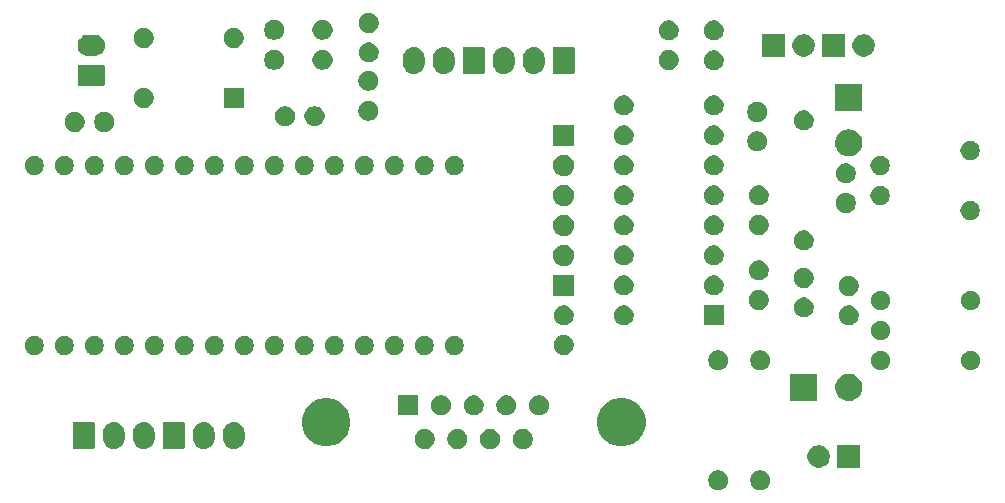
<source format=gbr>
G04 #@! TF.GenerationSoftware,KiCad,Pcbnew,5.1.5+dfsg1-2build2*
G04 #@! TF.CreationDate,2021-04-05T17:16:35+02:00*
G04 #@! TF.ProjectId,opto_board,6f70746f-5f62-46f6-9172-642e6b696361,rev?*
G04 #@! TF.SameCoordinates,Original*
G04 #@! TF.FileFunction,Soldermask,Top*
G04 #@! TF.FilePolarity,Negative*
%FSLAX46Y46*%
G04 Gerber Fmt 4.6, Leading zero omitted, Abs format (unit mm)*
G04 Created by KiCad (PCBNEW 5.1.5+dfsg1-2build2) date 2021-04-05 17:16:35*
%MOMM*%
%LPD*%
G04 APERTURE LIST*
%ADD10C,0.100000*%
G04 APERTURE END LIST*
D10*
G36*
X138805228Y-107131703D02*
G01*
X138960100Y-107195853D01*
X139099481Y-107288985D01*
X139218015Y-107407519D01*
X139311147Y-107546900D01*
X139375297Y-107701772D01*
X139408000Y-107866184D01*
X139408000Y-108033816D01*
X139375297Y-108198228D01*
X139311147Y-108353100D01*
X139218015Y-108492481D01*
X139099481Y-108611015D01*
X138960100Y-108704147D01*
X138805228Y-108768297D01*
X138640816Y-108801000D01*
X138473184Y-108801000D01*
X138308772Y-108768297D01*
X138153900Y-108704147D01*
X138014519Y-108611015D01*
X137895985Y-108492481D01*
X137802853Y-108353100D01*
X137738703Y-108198228D01*
X137706000Y-108033816D01*
X137706000Y-107866184D01*
X137738703Y-107701772D01*
X137802853Y-107546900D01*
X137895985Y-107407519D01*
X138014519Y-107288985D01*
X138153900Y-107195853D01*
X138308772Y-107131703D01*
X138473184Y-107099000D01*
X138640816Y-107099000D01*
X138805228Y-107131703D01*
G37*
G36*
X135249228Y-107131703D02*
G01*
X135404100Y-107195853D01*
X135543481Y-107288985D01*
X135662015Y-107407519D01*
X135755147Y-107546900D01*
X135819297Y-107701772D01*
X135852000Y-107866184D01*
X135852000Y-108033816D01*
X135819297Y-108198228D01*
X135755147Y-108353100D01*
X135662015Y-108492481D01*
X135543481Y-108611015D01*
X135404100Y-108704147D01*
X135249228Y-108768297D01*
X135084816Y-108801000D01*
X134917184Y-108801000D01*
X134752772Y-108768297D01*
X134597900Y-108704147D01*
X134458519Y-108611015D01*
X134339985Y-108492481D01*
X134246853Y-108353100D01*
X134182703Y-108198228D01*
X134150000Y-108033816D01*
X134150000Y-107866184D01*
X134182703Y-107701772D01*
X134246853Y-107546900D01*
X134339985Y-107407519D01*
X134458519Y-107288985D01*
X134597900Y-107195853D01*
X134752772Y-107131703D01*
X134917184Y-107099000D01*
X135084816Y-107099000D01*
X135249228Y-107131703D01*
G37*
G36*
X143787395Y-105003546D02*
G01*
X143960466Y-105075234D01*
X143960467Y-105075235D01*
X144116227Y-105179310D01*
X144248690Y-105311773D01*
X144248691Y-105311775D01*
X144352766Y-105467534D01*
X144424454Y-105640605D01*
X144461000Y-105824333D01*
X144461000Y-106011667D01*
X144424454Y-106195395D01*
X144352766Y-106368466D01*
X144352765Y-106368467D01*
X144248690Y-106524227D01*
X144116227Y-106656690D01*
X144037818Y-106709081D01*
X143960466Y-106760766D01*
X143787395Y-106832454D01*
X143603667Y-106869000D01*
X143416333Y-106869000D01*
X143232605Y-106832454D01*
X143059534Y-106760766D01*
X142982182Y-106709081D01*
X142903773Y-106656690D01*
X142771310Y-106524227D01*
X142667235Y-106368467D01*
X142667234Y-106368466D01*
X142595546Y-106195395D01*
X142559000Y-106011667D01*
X142559000Y-105824333D01*
X142595546Y-105640605D01*
X142667234Y-105467534D01*
X142771309Y-105311775D01*
X142771310Y-105311773D01*
X142903773Y-105179310D01*
X143059533Y-105075235D01*
X143059534Y-105075234D01*
X143232605Y-105003546D01*
X143416333Y-104967000D01*
X143603667Y-104967000D01*
X143787395Y-105003546D01*
G37*
G36*
X147001000Y-106869000D02*
G01*
X145099000Y-106869000D01*
X145099000Y-104967000D01*
X147001000Y-104967000D01*
X147001000Y-106869000D01*
G37*
G36*
X94160547Y-103002326D02*
G01*
X94334156Y-103054990D01*
X94334158Y-103054991D01*
X94494155Y-103140511D01*
X94634397Y-103255603D01*
X94713729Y-103352271D01*
X94749489Y-103395844D01*
X94835010Y-103555843D01*
X94887674Y-103729452D01*
X94901000Y-103864756D01*
X94901000Y-104415243D01*
X94887674Y-104550548D01*
X94835010Y-104724157D01*
X94749489Y-104884156D01*
X94713729Y-104927729D01*
X94634397Y-105024397D01*
X94541036Y-105101015D01*
X94494156Y-105139489D01*
X94334157Y-105225010D01*
X94160548Y-105277674D01*
X93980000Y-105295456D01*
X93799453Y-105277674D01*
X93625844Y-105225010D01*
X93465845Y-105139489D01*
X93418965Y-105101015D01*
X93325604Y-105024397D01*
X93210513Y-104884157D01*
X93210512Y-104884155D01*
X93124990Y-104724157D01*
X93072326Y-104550548D01*
X93059000Y-104415244D01*
X93059000Y-103864757D01*
X93072326Y-103729453D01*
X93124990Y-103555844D01*
X93210511Y-103395845D01*
X93210512Y-103395844D01*
X93325603Y-103255603D01*
X93451388Y-103152375D01*
X93465844Y-103140511D01*
X93625843Y-103054990D01*
X93799452Y-103002326D01*
X93980000Y-102984544D01*
X94160547Y-103002326D01*
G37*
G36*
X91620547Y-103002326D02*
G01*
X91794156Y-103054990D01*
X91794158Y-103054991D01*
X91954155Y-103140511D01*
X92094397Y-103255603D01*
X92173729Y-103352271D01*
X92209489Y-103395844D01*
X92295010Y-103555843D01*
X92347674Y-103729452D01*
X92361000Y-103864756D01*
X92361000Y-104415243D01*
X92347674Y-104550548D01*
X92295010Y-104724157D01*
X92209489Y-104884156D01*
X92173729Y-104927729D01*
X92094397Y-105024397D01*
X92001036Y-105101015D01*
X91954156Y-105139489D01*
X91794157Y-105225010D01*
X91620548Y-105277674D01*
X91440000Y-105295456D01*
X91259453Y-105277674D01*
X91085844Y-105225010D01*
X90925845Y-105139489D01*
X90878965Y-105101015D01*
X90785604Y-105024397D01*
X90670513Y-104884157D01*
X90670512Y-104884155D01*
X90584990Y-104724157D01*
X90532326Y-104550548D01*
X90519000Y-104415244D01*
X90519000Y-103864757D01*
X90532326Y-103729453D01*
X90584990Y-103555844D01*
X90670511Y-103395845D01*
X90670512Y-103395844D01*
X90785603Y-103255603D01*
X90911388Y-103152375D01*
X90925844Y-103140511D01*
X91085843Y-103054990D01*
X91259452Y-103002326D01*
X91440000Y-102984544D01*
X91620547Y-103002326D01*
G37*
G36*
X84000547Y-103002326D02*
G01*
X84174156Y-103054990D01*
X84174158Y-103054991D01*
X84334155Y-103140511D01*
X84474397Y-103255603D01*
X84553729Y-103352271D01*
X84589489Y-103395844D01*
X84675010Y-103555843D01*
X84727674Y-103729452D01*
X84741000Y-103864756D01*
X84741000Y-104415243D01*
X84727674Y-104550548D01*
X84675010Y-104724157D01*
X84589489Y-104884156D01*
X84553729Y-104927729D01*
X84474397Y-105024397D01*
X84381036Y-105101015D01*
X84334156Y-105139489D01*
X84174157Y-105225010D01*
X84000548Y-105277674D01*
X83820000Y-105295456D01*
X83639453Y-105277674D01*
X83465844Y-105225010D01*
X83305845Y-105139489D01*
X83258965Y-105101015D01*
X83165604Y-105024397D01*
X83050513Y-104884157D01*
X83050512Y-104884155D01*
X82964990Y-104724157D01*
X82912326Y-104550548D01*
X82899000Y-104415244D01*
X82899000Y-103864757D01*
X82912326Y-103729453D01*
X82964990Y-103555844D01*
X83050511Y-103395845D01*
X83050512Y-103395844D01*
X83165603Y-103255603D01*
X83291388Y-103152375D01*
X83305844Y-103140511D01*
X83465843Y-103054990D01*
X83639452Y-103002326D01*
X83820000Y-102984544D01*
X84000547Y-103002326D01*
G37*
G36*
X86540547Y-103002326D02*
G01*
X86714156Y-103054990D01*
X86714158Y-103054991D01*
X86874155Y-103140511D01*
X87014397Y-103255603D01*
X87093729Y-103352271D01*
X87129489Y-103395844D01*
X87215010Y-103555843D01*
X87267674Y-103729452D01*
X87281000Y-103864756D01*
X87281000Y-104415243D01*
X87267674Y-104550548D01*
X87215010Y-104724157D01*
X87129489Y-104884156D01*
X87093729Y-104927729D01*
X87014397Y-105024397D01*
X86921036Y-105101015D01*
X86874156Y-105139489D01*
X86714157Y-105225010D01*
X86540548Y-105277674D01*
X86360000Y-105295456D01*
X86179453Y-105277674D01*
X86005844Y-105225010D01*
X85845845Y-105139489D01*
X85798965Y-105101015D01*
X85705604Y-105024397D01*
X85590513Y-104884157D01*
X85590512Y-104884155D01*
X85504990Y-104724157D01*
X85452326Y-104550548D01*
X85439000Y-104415244D01*
X85439000Y-103864757D01*
X85452326Y-103729453D01*
X85504990Y-103555844D01*
X85590511Y-103395845D01*
X85590512Y-103395844D01*
X85705603Y-103255603D01*
X85831388Y-103152375D01*
X85845844Y-103140511D01*
X86005843Y-103054990D01*
X86179452Y-103002326D01*
X86360000Y-102984544D01*
X86540547Y-103002326D01*
G37*
G36*
X115933228Y-103621703D02*
G01*
X116088100Y-103685853D01*
X116227481Y-103778985D01*
X116346015Y-103897519D01*
X116439147Y-104036900D01*
X116503297Y-104191772D01*
X116536000Y-104356184D01*
X116536000Y-104523816D01*
X116503297Y-104688228D01*
X116439147Y-104843100D01*
X116346015Y-104982481D01*
X116227481Y-105101015D01*
X116088100Y-105194147D01*
X115933228Y-105258297D01*
X115768816Y-105291000D01*
X115601184Y-105291000D01*
X115436772Y-105258297D01*
X115281900Y-105194147D01*
X115142519Y-105101015D01*
X115023985Y-104982481D01*
X114930853Y-104843100D01*
X114866703Y-104688228D01*
X114834000Y-104523816D01*
X114834000Y-104356184D01*
X114866703Y-104191772D01*
X114930853Y-104036900D01*
X115023985Y-103897519D01*
X115142519Y-103778985D01*
X115281900Y-103685853D01*
X115436772Y-103621703D01*
X115601184Y-103589000D01*
X115768816Y-103589000D01*
X115933228Y-103621703D01*
G37*
G36*
X113163228Y-103621703D02*
G01*
X113318100Y-103685853D01*
X113457481Y-103778985D01*
X113576015Y-103897519D01*
X113669147Y-104036900D01*
X113733297Y-104191772D01*
X113766000Y-104356184D01*
X113766000Y-104523816D01*
X113733297Y-104688228D01*
X113669147Y-104843100D01*
X113576015Y-104982481D01*
X113457481Y-105101015D01*
X113318100Y-105194147D01*
X113163228Y-105258297D01*
X112998816Y-105291000D01*
X112831184Y-105291000D01*
X112666772Y-105258297D01*
X112511900Y-105194147D01*
X112372519Y-105101015D01*
X112253985Y-104982481D01*
X112160853Y-104843100D01*
X112096703Y-104688228D01*
X112064000Y-104523816D01*
X112064000Y-104356184D01*
X112096703Y-104191772D01*
X112160853Y-104036900D01*
X112253985Y-103897519D01*
X112372519Y-103778985D01*
X112511900Y-103685853D01*
X112666772Y-103621703D01*
X112831184Y-103589000D01*
X112998816Y-103589000D01*
X113163228Y-103621703D01*
G37*
G36*
X118703228Y-103621703D02*
G01*
X118858100Y-103685853D01*
X118997481Y-103778985D01*
X119116015Y-103897519D01*
X119209147Y-104036900D01*
X119273297Y-104191772D01*
X119306000Y-104356184D01*
X119306000Y-104523816D01*
X119273297Y-104688228D01*
X119209147Y-104843100D01*
X119116015Y-104982481D01*
X118997481Y-105101015D01*
X118858100Y-105194147D01*
X118703228Y-105258297D01*
X118538816Y-105291000D01*
X118371184Y-105291000D01*
X118206772Y-105258297D01*
X118051900Y-105194147D01*
X117912519Y-105101015D01*
X117793985Y-104982481D01*
X117700853Y-104843100D01*
X117636703Y-104688228D01*
X117604000Y-104523816D01*
X117604000Y-104356184D01*
X117636703Y-104191772D01*
X117700853Y-104036900D01*
X117793985Y-103897519D01*
X117912519Y-103778985D01*
X118051900Y-103685853D01*
X118206772Y-103621703D01*
X118371184Y-103589000D01*
X118538816Y-103589000D01*
X118703228Y-103621703D01*
G37*
G36*
X82059561Y-102992966D02*
G01*
X82092383Y-103002923D01*
X82122632Y-103019092D01*
X82149148Y-103040852D01*
X82170908Y-103067368D01*
X82187077Y-103097617D01*
X82197034Y-103130439D01*
X82201000Y-103170713D01*
X82201000Y-105109287D01*
X82197034Y-105149561D01*
X82187077Y-105182383D01*
X82170908Y-105212632D01*
X82149148Y-105239148D01*
X82122632Y-105260908D01*
X82092383Y-105277077D01*
X82059561Y-105287034D01*
X82019287Y-105291000D01*
X80540713Y-105291000D01*
X80500439Y-105287034D01*
X80467617Y-105277077D01*
X80437368Y-105260908D01*
X80410852Y-105239148D01*
X80389092Y-105212632D01*
X80372923Y-105182383D01*
X80362966Y-105149561D01*
X80359000Y-105109287D01*
X80359000Y-103170713D01*
X80362966Y-103130439D01*
X80372923Y-103097617D01*
X80389092Y-103067368D01*
X80410852Y-103040852D01*
X80437368Y-103019092D01*
X80467617Y-103002923D01*
X80500439Y-102992966D01*
X80540713Y-102989000D01*
X82019287Y-102989000D01*
X82059561Y-102992966D01*
G37*
G36*
X110393228Y-103621703D02*
G01*
X110548100Y-103685853D01*
X110687481Y-103778985D01*
X110806015Y-103897519D01*
X110899147Y-104036900D01*
X110963297Y-104191772D01*
X110996000Y-104356184D01*
X110996000Y-104523816D01*
X110963297Y-104688228D01*
X110899147Y-104843100D01*
X110806015Y-104982481D01*
X110687481Y-105101015D01*
X110548100Y-105194147D01*
X110393228Y-105258297D01*
X110228816Y-105291000D01*
X110061184Y-105291000D01*
X109896772Y-105258297D01*
X109741900Y-105194147D01*
X109602519Y-105101015D01*
X109483985Y-104982481D01*
X109390853Y-104843100D01*
X109326703Y-104688228D01*
X109294000Y-104523816D01*
X109294000Y-104356184D01*
X109326703Y-104191772D01*
X109390853Y-104036900D01*
X109483985Y-103897519D01*
X109602519Y-103778985D01*
X109741900Y-103685853D01*
X109896772Y-103621703D01*
X110061184Y-103589000D01*
X110228816Y-103589000D01*
X110393228Y-103621703D01*
G37*
G36*
X89679561Y-102992966D02*
G01*
X89712383Y-103002923D01*
X89742632Y-103019092D01*
X89769148Y-103040852D01*
X89790908Y-103067368D01*
X89807077Y-103097617D01*
X89817034Y-103130439D01*
X89821000Y-103170713D01*
X89821000Y-105109287D01*
X89817034Y-105149561D01*
X89807077Y-105182383D01*
X89790908Y-105212632D01*
X89769148Y-105239148D01*
X89742632Y-105260908D01*
X89712383Y-105277077D01*
X89679561Y-105287034D01*
X89639287Y-105291000D01*
X88160713Y-105291000D01*
X88120439Y-105287034D01*
X88087617Y-105277077D01*
X88057368Y-105260908D01*
X88030852Y-105239148D01*
X88009092Y-105212632D01*
X87992923Y-105182383D01*
X87982966Y-105149561D01*
X87979000Y-105109287D01*
X87979000Y-103170713D01*
X87982966Y-103130439D01*
X87992923Y-103097617D01*
X88009092Y-103067368D01*
X88030852Y-103040852D01*
X88057368Y-103019092D01*
X88087617Y-103002923D01*
X88120439Y-102992966D01*
X88160713Y-102989000D01*
X89639287Y-102989000D01*
X89679561Y-102992966D01*
G37*
G36*
X127398254Y-101047818D02*
G01*
X127724052Y-101182768D01*
X127771513Y-101202427D01*
X128107436Y-101426884D01*
X128393116Y-101712564D01*
X128483765Y-101848229D01*
X128617574Y-102048489D01*
X128772182Y-102421746D01*
X128851000Y-102817993D01*
X128851000Y-103222007D01*
X128772182Y-103618254D01*
X128656506Y-103897520D01*
X128617573Y-103991513D01*
X128393116Y-104327436D01*
X128107436Y-104613116D01*
X127771513Y-104837573D01*
X127771512Y-104837574D01*
X127771511Y-104837574D01*
X127398254Y-104992182D01*
X127002007Y-105071000D01*
X126597993Y-105071000D01*
X126201746Y-104992182D01*
X125828489Y-104837574D01*
X125828488Y-104837574D01*
X125828487Y-104837573D01*
X125492564Y-104613116D01*
X125206884Y-104327436D01*
X124982427Y-103991513D01*
X124943494Y-103897520D01*
X124827818Y-103618254D01*
X124749000Y-103222007D01*
X124749000Y-102817993D01*
X124827818Y-102421746D01*
X124982426Y-102048489D01*
X125116236Y-101848229D01*
X125206884Y-101712564D01*
X125492564Y-101426884D01*
X125828487Y-101202427D01*
X125875948Y-101182768D01*
X126201746Y-101047818D01*
X126597993Y-100969000D01*
X127002007Y-100969000D01*
X127398254Y-101047818D01*
G37*
G36*
X102398254Y-101047818D02*
G01*
X102724052Y-101182768D01*
X102771513Y-101202427D01*
X103107436Y-101426884D01*
X103393116Y-101712564D01*
X103483765Y-101848229D01*
X103617574Y-102048489D01*
X103772182Y-102421746D01*
X103851000Y-102817993D01*
X103851000Y-103222007D01*
X103772182Y-103618254D01*
X103656506Y-103897520D01*
X103617573Y-103991513D01*
X103393116Y-104327436D01*
X103107436Y-104613116D01*
X102771513Y-104837573D01*
X102771512Y-104837574D01*
X102771511Y-104837574D01*
X102398254Y-104992182D01*
X102002007Y-105071000D01*
X101597993Y-105071000D01*
X101201746Y-104992182D01*
X100828489Y-104837574D01*
X100828488Y-104837574D01*
X100828487Y-104837573D01*
X100492564Y-104613116D01*
X100206884Y-104327436D01*
X99982427Y-103991513D01*
X99943494Y-103897520D01*
X99827818Y-103618254D01*
X99749000Y-103222007D01*
X99749000Y-102817993D01*
X99827818Y-102421746D01*
X99982426Y-102048489D01*
X100116236Y-101848229D01*
X100206884Y-101712564D01*
X100492564Y-101426884D01*
X100828487Y-101202427D01*
X100875948Y-101182768D01*
X101201746Y-101047818D01*
X101597993Y-100969000D01*
X102002007Y-100969000D01*
X102398254Y-101047818D01*
G37*
G36*
X117318228Y-100781703D02*
G01*
X117473100Y-100845853D01*
X117612481Y-100938985D01*
X117731015Y-101057519D01*
X117824147Y-101196900D01*
X117888297Y-101351772D01*
X117921000Y-101516184D01*
X117921000Y-101683816D01*
X117888297Y-101848228D01*
X117824147Y-102003100D01*
X117731015Y-102142481D01*
X117612481Y-102261015D01*
X117473100Y-102354147D01*
X117318228Y-102418297D01*
X117153816Y-102451000D01*
X116986184Y-102451000D01*
X116821772Y-102418297D01*
X116666900Y-102354147D01*
X116527519Y-102261015D01*
X116408985Y-102142481D01*
X116315853Y-102003100D01*
X116251703Y-101848228D01*
X116219000Y-101683816D01*
X116219000Y-101516184D01*
X116251703Y-101351772D01*
X116315853Y-101196900D01*
X116408985Y-101057519D01*
X116527519Y-100938985D01*
X116666900Y-100845853D01*
X116821772Y-100781703D01*
X116986184Y-100749000D01*
X117153816Y-100749000D01*
X117318228Y-100781703D01*
G37*
G36*
X120088228Y-100781703D02*
G01*
X120243100Y-100845853D01*
X120382481Y-100938985D01*
X120501015Y-101057519D01*
X120594147Y-101196900D01*
X120658297Y-101351772D01*
X120691000Y-101516184D01*
X120691000Y-101683816D01*
X120658297Y-101848228D01*
X120594147Y-102003100D01*
X120501015Y-102142481D01*
X120382481Y-102261015D01*
X120243100Y-102354147D01*
X120088228Y-102418297D01*
X119923816Y-102451000D01*
X119756184Y-102451000D01*
X119591772Y-102418297D01*
X119436900Y-102354147D01*
X119297519Y-102261015D01*
X119178985Y-102142481D01*
X119085853Y-102003100D01*
X119021703Y-101848228D01*
X118989000Y-101683816D01*
X118989000Y-101516184D01*
X119021703Y-101351772D01*
X119085853Y-101196900D01*
X119178985Y-101057519D01*
X119297519Y-100938985D01*
X119436900Y-100845853D01*
X119591772Y-100781703D01*
X119756184Y-100749000D01*
X119923816Y-100749000D01*
X120088228Y-100781703D01*
G37*
G36*
X109611000Y-102451000D02*
G01*
X107909000Y-102451000D01*
X107909000Y-100749000D01*
X109611000Y-100749000D01*
X109611000Y-102451000D01*
G37*
G36*
X111778228Y-100781703D02*
G01*
X111933100Y-100845853D01*
X112072481Y-100938985D01*
X112191015Y-101057519D01*
X112284147Y-101196900D01*
X112348297Y-101351772D01*
X112381000Y-101516184D01*
X112381000Y-101683816D01*
X112348297Y-101848228D01*
X112284147Y-102003100D01*
X112191015Y-102142481D01*
X112072481Y-102261015D01*
X111933100Y-102354147D01*
X111778228Y-102418297D01*
X111613816Y-102451000D01*
X111446184Y-102451000D01*
X111281772Y-102418297D01*
X111126900Y-102354147D01*
X110987519Y-102261015D01*
X110868985Y-102142481D01*
X110775853Y-102003100D01*
X110711703Y-101848228D01*
X110679000Y-101683816D01*
X110679000Y-101516184D01*
X110711703Y-101351772D01*
X110775853Y-101196900D01*
X110868985Y-101057519D01*
X110987519Y-100938985D01*
X111126900Y-100845853D01*
X111281772Y-100781703D01*
X111446184Y-100749000D01*
X111613816Y-100749000D01*
X111778228Y-100781703D01*
G37*
G36*
X114548228Y-100781703D02*
G01*
X114703100Y-100845853D01*
X114842481Y-100938985D01*
X114961015Y-101057519D01*
X115054147Y-101196900D01*
X115118297Y-101351772D01*
X115151000Y-101516184D01*
X115151000Y-101683816D01*
X115118297Y-101848228D01*
X115054147Y-102003100D01*
X114961015Y-102142481D01*
X114842481Y-102261015D01*
X114703100Y-102354147D01*
X114548228Y-102418297D01*
X114383816Y-102451000D01*
X114216184Y-102451000D01*
X114051772Y-102418297D01*
X113896900Y-102354147D01*
X113757519Y-102261015D01*
X113638985Y-102142481D01*
X113545853Y-102003100D01*
X113481703Y-101848228D01*
X113449000Y-101683816D01*
X113449000Y-101516184D01*
X113481703Y-101351772D01*
X113545853Y-101196900D01*
X113638985Y-101057519D01*
X113757519Y-100938985D01*
X113896900Y-100845853D01*
X114051772Y-100781703D01*
X114216184Y-100749000D01*
X114383816Y-100749000D01*
X114548228Y-100781703D01*
G37*
G36*
X146274549Y-98947116D02*
G01*
X146385734Y-98969232D01*
X146595203Y-99055997D01*
X146783720Y-99181960D01*
X146944040Y-99342280D01*
X147070003Y-99530797D01*
X147156768Y-99740266D01*
X147201000Y-99962636D01*
X147201000Y-100189364D01*
X147156768Y-100411734D01*
X147070003Y-100621203D01*
X146944040Y-100809720D01*
X146783720Y-100970040D01*
X146595203Y-101096003D01*
X146385734Y-101182768D01*
X146314687Y-101196900D01*
X146163365Y-101227000D01*
X145936635Y-101227000D01*
X145785313Y-101196900D01*
X145714266Y-101182768D01*
X145504797Y-101096003D01*
X145316280Y-100970040D01*
X145155960Y-100809720D01*
X145029997Y-100621203D01*
X144943232Y-100411734D01*
X144899000Y-100189364D01*
X144899000Y-99962636D01*
X144943232Y-99740266D01*
X145029997Y-99530797D01*
X145155960Y-99342280D01*
X145316280Y-99181960D01*
X145504797Y-99055997D01*
X145714266Y-98969232D01*
X145825451Y-98947116D01*
X145936635Y-98925000D01*
X146163365Y-98925000D01*
X146274549Y-98947116D01*
G37*
G36*
X143391000Y-101227000D02*
G01*
X141089000Y-101227000D01*
X141089000Y-98925000D01*
X143391000Y-98925000D01*
X143391000Y-101227000D01*
G37*
G36*
X135249228Y-96971703D02*
G01*
X135404100Y-97035853D01*
X135543481Y-97128985D01*
X135662015Y-97247519D01*
X135755147Y-97386900D01*
X135819297Y-97541772D01*
X135852000Y-97706184D01*
X135852000Y-97873816D01*
X135819297Y-98038228D01*
X135755147Y-98193100D01*
X135662015Y-98332481D01*
X135543481Y-98451015D01*
X135404100Y-98544147D01*
X135249228Y-98608297D01*
X135084816Y-98641000D01*
X134917184Y-98641000D01*
X134752772Y-98608297D01*
X134597900Y-98544147D01*
X134458519Y-98451015D01*
X134339985Y-98332481D01*
X134246853Y-98193100D01*
X134182703Y-98038228D01*
X134150000Y-97873816D01*
X134150000Y-97706184D01*
X134182703Y-97541772D01*
X134246853Y-97386900D01*
X134339985Y-97247519D01*
X134458519Y-97128985D01*
X134597900Y-97035853D01*
X134752772Y-96971703D01*
X134917184Y-96939000D01*
X135084816Y-96939000D01*
X135249228Y-96971703D01*
G37*
G36*
X138805228Y-96971703D02*
G01*
X138960100Y-97035853D01*
X139099481Y-97128985D01*
X139218015Y-97247519D01*
X139311147Y-97386900D01*
X139375297Y-97541772D01*
X139408000Y-97706184D01*
X139408000Y-97873816D01*
X139375297Y-98038228D01*
X139311147Y-98193100D01*
X139218015Y-98332481D01*
X139099481Y-98451015D01*
X138960100Y-98544147D01*
X138805228Y-98608297D01*
X138640816Y-98641000D01*
X138473184Y-98641000D01*
X138308772Y-98608297D01*
X138153900Y-98544147D01*
X138014519Y-98451015D01*
X137895985Y-98332481D01*
X137802853Y-98193100D01*
X137738703Y-98038228D01*
X137706000Y-97873816D01*
X137706000Y-97706184D01*
X137738703Y-97541772D01*
X137802853Y-97386900D01*
X137895985Y-97247519D01*
X138014519Y-97128985D01*
X138153900Y-97035853D01*
X138308772Y-96971703D01*
X138473184Y-96939000D01*
X138640816Y-96939000D01*
X138805228Y-96971703D01*
G37*
G36*
X148997142Y-97008242D02*
G01*
X149145101Y-97069529D01*
X149278255Y-97158499D01*
X149391501Y-97271745D01*
X149480471Y-97404899D01*
X149541758Y-97552858D01*
X149573000Y-97709925D01*
X149573000Y-97870075D01*
X149541758Y-98027142D01*
X149480471Y-98175101D01*
X149391501Y-98308255D01*
X149278255Y-98421501D01*
X149145101Y-98510471D01*
X148997142Y-98571758D01*
X148840075Y-98603000D01*
X148679925Y-98603000D01*
X148522858Y-98571758D01*
X148374899Y-98510471D01*
X148241745Y-98421501D01*
X148128499Y-98308255D01*
X148039529Y-98175101D01*
X147978242Y-98027142D01*
X147947000Y-97870075D01*
X147947000Y-97709925D01*
X147978242Y-97552858D01*
X148039529Y-97404899D01*
X148128499Y-97271745D01*
X148241745Y-97158499D01*
X148374899Y-97069529D01*
X148522858Y-97008242D01*
X148679925Y-96977000D01*
X148840075Y-96977000D01*
X148997142Y-97008242D01*
G37*
G36*
X156617142Y-97008242D02*
G01*
X156765101Y-97069529D01*
X156898255Y-97158499D01*
X157011501Y-97271745D01*
X157100471Y-97404899D01*
X157161758Y-97552858D01*
X157193000Y-97709925D01*
X157193000Y-97870075D01*
X157161758Y-98027142D01*
X157100471Y-98175101D01*
X157011501Y-98308255D01*
X156898255Y-98421501D01*
X156765101Y-98510471D01*
X156617142Y-98571758D01*
X156460075Y-98603000D01*
X156299925Y-98603000D01*
X156142858Y-98571758D01*
X155994899Y-98510471D01*
X155861745Y-98421501D01*
X155748499Y-98308255D01*
X155659529Y-98175101D01*
X155598242Y-98027142D01*
X155567000Y-97870075D01*
X155567000Y-97709925D01*
X155598242Y-97552858D01*
X155659529Y-97404899D01*
X155748499Y-97271745D01*
X155861745Y-97158499D01*
X155994899Y-97069529D01*
X156142858Y-97008242D01*
X156299925Y-96977000D01*
X156460075Y-96977000D01*
X156617142Y-97008242D01*
G37*
G36*
X77322142Y-95738242D02*
G01*
X77470101Y-95799529D01*
X77603255Y-95888499D01*
X77716501Y-96001745D01*
X77805471Y-96134899D01*
X77866758Y-96282858D01*
X77898000Y-96439925D01*
X77898000Y-96600075D01*
X77866758Y-96757142D01*
X77805471Y-96905101D01*
X77716501Y-97038255D01*
X77603255Y-97151501D01*
X77470101Y-97240471D01*
X77322142Y-97301758D01*
X77165075Y-97333000D01*
X77004925Y-97333000D01*
X76847858Y-97301758D01*
X76699899Y-97240471D01*
X76566745Y-97151501D01*
X76453499Y-97038255D01*
X76364529Y-96905101D01*
X76303242Y-96757142D01*
X76272000Y-96600075D01*
X76272000Y-96439925D01*
X76303242Y-96282858D01*
X76364529Y-96134899D01*
X76453499Y-96001745D01*
X76566745Y-95888499D01*
X76699899Y-95799529D01*
X76847858Y-95738242D01*
X77004925Y-95707000D01*
X77165075Y-95707000D01*
X77322142Y-95738242D01*
G37*
G36*
X79862142Y-95738242D02*
G01*
X80010101Y-95799529D01*
X80143255Y-95888499D01*
X80256501Y-96001745D01*
X80345471Y-96134899D01*
X80406758Y-96282858D01*
X80438000Y-96439925D01*
X80438000Y-96600075D01*
X80406758Y-96757142D01*
X80345471Y-96905101D01*
X80256501Y-97038255D01*
X80143255Y-97151501D01*
X80010101Y-97240471D01*
X79862142Y-97301758D01*
X79705075Y-97333000D01*
X79544925Y-97333000D01*
X79387858Y-97301758D01*
X79239899Y-97240471D01*
X79106745Y-97151501D01*
X78993499Y-97038255D01*
X78904529Y-96905101D01*
X78843242Y-96757142D01*
X78812000Y-96600075D01*
X78812000Y-96439925D01*
X78843242Y-96282858D01*
X78904529Y-96134899D01*
X78993499Y-96001745D01*
X79106745Y-95888499D01*
X79239899Y-95799529D01*
X79387858Y-95738242D01*
X79544925Y-95707000D01*
X79705075Y-95707000D01*
X79862142Y-95738242D01*
G37*
G36*
X82402142Y-95738242D02*
G01*
X82550101Y-95799529D01*
X82683255Y-95888499D01*
X82796501Y-96001745D01*
X82885471Y-96134899D01*
X82946758Y-96282858D01*
X82978000Y-96439925D01*
X82978000Y-96600075D01*
X82946758Y-96757142D01*
X82885471Y-96905101D01*
X82796501Y-97038255D01*
X82683255Y-97151501D01*
X82550101Y-97240471D01*
X82402142Y-97301758D01*
X82245075Y-97333000D01*
X82084925Y-97333000D01*
X81927858Y-97301758D01*
X81779899Y-97240471D01*
X81646745Y-97151501D01*
X81533499Y-97038255D01*
X81444529Y-96905101D01*
X81383242Y-96757142D01*
X81352000Y-96600075D01*
X81352000Y-96439925D01*
X81383242Y-96282858D01*
X81444529Y-96134899D01*
X81533499Y-96001745D01*
X81646745Y-95888499D01*
X81779899Y-95799529D01*
X81927858Y-95738242D01*
X82084925Y-95707000D01*
X82245075Y-95707000D01*
X82402142Y-95738242D01*
G37*
G36*
X102722142Y-95738242D02*
G01*
X102870101Y-95799529D01*
X103003255Y-95888499D01*
X103116501Y-96001745D01*
X103205471Y-96134899D01*
X103266758Y-96282858D01*
X103298000Y-96439925D01*
X103298000Y-96600075D01*
X103266758Y-96757142D01*
X103205471Y-96905101D01*
X103116501Y-97038255D01*
X103003255Y-97151501D01*
X102870101Y-97240471D01*
X102722142Y-97301758D01*
X102565075Y-97333000D01*
X102404925Y-97333000D01*
X102247858Y-97301758D01*
X102099899Y-97240471D01*
X101966745Y-97151501D01*
X101853499Y-97038255D01*
X101764529Y-96905101D01*
X101703242Y-96757142D01*
X101672000Y-96600075D01*
X101672000Y-96439925D01*
X101703242Y-96282858D01*
X101764529Y-96134899D01*
X101853499Y-96001745D01*
X101966745Y-95888499D01*
X102099899Y-95799529D01*
X102247858Y-95738242D01*
X102404925Y-95707000D01*
X102565075Y-95707000D01*
X102722142Y-95738242D01*
G37*
G36*
X100182142Y-95738242D02*
G01*
X100330101Y-95799529D01*
X100463255Y-95888499D01*
X100576501Y-96001745D01*
X100665471Y-96134899D01*
X100726758Y-96282858D01*
X100758000Y-96439925D01*
X100758000Y-96600075D01*
X100726758Y-96757142D01*
X100665471Y-96905101D01*
X100576501Y-97038255D01*
X100463255Y-97151501D01*
X100330101Y-97240471D01*
X100182142Y-97301758D01*
X100025075Y-97333000D01*
X99864925Y-97333000D01*
X99707858Y-97301758D01*
X99559899Y-97240471D01*
X99426745Y-97151501D01*
X99313499Y-97038255D01*
X99224529Y-96905101D01*
X99163242Y-96757142D01*
X99132000Y-96600075D01*
X99132000Y-96439925D01*
X99163242Y-96282858D01*
X99224529Y-96134899D01*
X99313499Y-96001745D01*
X99426745Y-95888499D01*
X99559899Y-95799529D01*
X99707858Y-95738242D01*
X99864925Y-95707000D01*
X100025075Y-95707000D01*
X100182142Y-95738242D01*
G37*
G36*
X107802142Y-95738242D02*
G01*
X107950101Y-95799529D01*
X108083255Y-95888499D01*
X108196501Y-96001745D01*
X108285471Y-96134899D01*
X108346758Y-96282858D01*
X108378000Y-96439925D01*
X108378000Y-96600075D01*
X108346758Y-96757142D01*
X108285471Y-96905101D01*
X108196501Y-97038255D01*
X108083255Y-97151501D01*
X107950101Y-97240471D01*
X107802142Y-97301758D01*
X107645075Y-97333000D01*
X107484925Y-97333000D01*
X107327858Y-97301758D01*
X107179899Y-97240471D01*
X107046745Y-97151501D01*
X106933499Y-97038255D01*
X106844529Y-96905101D01*
X106783242Y-96757142D01*
X106752000Y-96600075D01*
X106752000Y-96439925D01*
X106783242Y-96282858D01*
X106844529Y-96134899D01*
X106933499Y-96001745D01*
X107046745Y-95888499D01*
X107179899Y-95799529D01*
X107327858Y-95738242D01*
X107484925Y-95707000D01*
X107645075Y-95707000D01*
X107802142Y-95738242D01*
G37*
G36*
X110342142Y-95738242D02*
G01*
X110490101Y-95799529D01*
X110623255Y-95888499D01*
X110736501Y-96001745D01*
X110825471Y-96134899D01*
X110886758Y-96282858D01*
X110918000Y-96439925D01*
X110918000Y-96600075D01*
X110886758Y-96757142D01*
X110825471Y-96905101D01*
X110736501Y-97038255D01*
X110623255Y-97151501D01*
X110490101Y-97240471D01*
X110342142Y-97301758D01*
X110185075Y-97333000D01*
X110024925Y-97333000D01*
X109867858Y-97301758D01*
X109719899Y-97240471D01*
X109586745Y-97151501D01*
X109473499Y-97038255D01*
X109384529Y-96905101D01*
X109323242Y-96757142D01*
X109292000Y-96600075D01*
X109292000Y-96439925D01*
X109323242Y-96282858D01*
X109384529Y-96134899D01*
X109473499Y-96001745D01*
X109586745Y-95888499D01*
X109719899Y-95799529D01*
X109867858Y-95738242D01*
X110024925Y-95707000D01*
X110185075Y-95707000D01*
X110342142Y-95738242D01*
G37*
G36*
X87482142Y-95738242D02*
G01*
X87630101Y-95799529D01*
X87763255Y-95888499D01*
X87876501Y-96001745D01*
X87965471Y-96134899D01*
X88026758Y-96282858D01*
X88058000Y-96439925D01*
X88058000Y-96600075D01*
X88026758Y-96757142D01*
X87965471Y-96905101D01*
X87876501Y-97038255D01*
X87763255Y-97151501D01*
X87630101Y-97240471D01*
X87482142Y-97301758D01*
X87325075Y-97333000D01*
X87164925Y-97333000D01*
X87007858Y-97301758D01*
X86859899Y-97240471D01*
X86726745Y-97151501D01*
X86613499Y-97038255D01*
X86524529Y-96905101D01*
X86463242Y-96757142D01*
X86432000Y-96600075D01*
X86432000Y-96439925D01*
X86463242Y-96282858D01*
X86524529Y-96134899D01*
X86613499Y-96001745D01*
X86726745Y-95888499D01*
X86859899Y-95799529D01*
X87007858Y-95738242D01*
X87164925Y-95707000D01*
X87325075Y-95707000D01*
X87482142Y-95738242D01*
G37*
G36*
X112882142Y-95738242D02*
G01*
X113030101Y-95799529D01*
X113163255Y-95888499D01*
X113276501Y-96001745D01*
X113365471Y-96134899D01*
X113426758Y-96282858D01*
X113458000Y-96439925D01*
X113458000Y-96600075D01*
X113426758Y-96757142D01*
X113365471Y-96905101D01*
X113276501Y-97038255D01*
X113163255Y-97151501D01*
X113030101Y-97240471D01*
X112882142Y-97301758D01*
X112725075Y-97333000D01*
X112564925Y-97333000D01*
X112407858Y-97301758D01*
X112259899Y-97240471D01*
X112126745Y-97151501D01*
X112013499Y-97038255D01*
X111924529Y-96905101D01*
X111863242Y-96757142D01*
X111832000Y-96600075D01*
X111832000Y-96439925D01*
X111863242Y-96282858D01*
X111924529Y-96134899D01*
X112013499Y-96001745D01*
X112126745Y-95888499D01*
X112259899Y-95799529D01*
X112407858Y-95738242D01*
X112564925Y-95707000D01*
X112725075Y-95707000D01*
X112882142Y-95738242D01*
G37*
G36*
X105262142Y-95738242D02*
G01*
X105410101Y-95799529D01*
X105543255Y-95888499D01*
X105656501Y-96001745D01*
X105745471Y-96134899D01*
X105806758Y-96282858D01*
X105838000Y-96439925D01*
X105838000Y-96600075D01*
X105806758Y-96757142D01*
X105745471Y-96905101D01*
X105656501Y-97038255D01*
X105543255Y-97151501D01*
X105410101Y-97240471D01*
X105262142Y-97301758D01*
X105105075Y-97333000D01*
X104944925Y-97333000D01*
X104787858Y-97301758D01*
X104639899Y-97240471D01*
X104506745Y-97151501D01*
X104393499Y-97038255D01*
X104304529Y-96905101D01*
X104243242Y-96757142D01*
X104212000Y-96600075D01*
X104212000Y-96439925D01*
X104243242Y-96282858D01*
X104304529Y-96134899D01*
X104393499Y-96001745D01*
X104506745Y-95888499D01*
X104639899Y-95799529D01*
X104787858Y-95738242D01*
X104944925Y-95707000D01*
X105105075Y-95707000D01*
X105262142Y-95738242D01*
G37*
G36*
X84942142Y-95738242D02*
G01*
X85090101Y-95799529D01*
X85223255Y-95888499D01*
X85336501Y-96001745D01*
X85425471Y-96134899D01*
X85486758Y-96282858D01*
X85518000Y-96439925D01*
X85518000Y-96600075D01*
X85486758Y-96757142D01*
X85425471Y-96905101D01*
X85336501Y-97038255D01*
X85223255Y-97151501D01*
X85090101Y-97240471D01*
X84942142Y-97301758D01*
X84785075Y-97333000D01*
X84624925Y-97333000D01*
X84467858Y-97301758D01*
X84319899Y-97240471D01*
X84186745Y-97151501D01*
X84073499Y-97038255D01*
X83984529Y-96905101D01*
X83923242Y-96757142D01*
X83892000Y-96600075D01*
X83892000Y-96439925D01*
X83923242Y-96282858D01*
X83984529Y-96134899D01*
X84073499Y-96001745D01*
X84186745Y-95888499D01*
X84319899Y-95799529D01*
X84467858Y-95738242D01*
X84624925Y-95707000D01*
X84785075Y-95707000D01*
X84942142Y-95738242D01*
G37*
G36*
X97642142Y-95738242D02*
G01*
X97790101Y-95799529D01*
X97923255Y-95888499D01*
X98036501Y-96001745D01*
X98125471Y-96134899D01*
X98186758Y-96282858D01*
X98218000Y-96439925D01*
X98218000Y-96600075D01*
X98186758Y-96757142D01*
X98125471Y-96905101D01*
X98036501Y-97038255D01*
X97923255Y-97151501D01*
X97790101Y-97240471D01*
X97642142Y-97301758D01*
X97485075Y-97333000D01*
X97324925Y-97333000D01*
X97167858Y-97301758D01*
X97019899Y-97240471D01*
X96886745Y-97151501D01*
X96773499Y-97038255D01*
X96684529Y-96905101D01*
X96623242Y-96757142D01*
X96592000Y-96600075D01*
X96592000Y-96439925D01*
X96623242Y-96282858D01*
X96684529Y-96134899D01*
X96773499Y-96001745D01*
X96886745Y-95888499D01*
X97019899Y-95799529D01*
X97167858Y-95738242D01*
X97324925Y-95707000D01*
X97485075Y-95707000D01*
X97642142Y-95738242D01*
G37*
G36*
X95102142Y-95738242D02*
G01*
X95250101Y-95799529D01*
X95383255Y-95888499D01*
X95496501Y-96001745D01*
X95585471Y-96134899D01*
X95646758Y-96282858D01*
X95678000Y-96439925D01*
X95678000Y-96600075D01*
X95646758Y-96757142D01*
X95585471Y-96905101D01*
X95496501Y-97038255D01*
X95383255Y-97151501D01*
X95250101Y-97240471D01*
X95102142Y-97301758D01*
X94945075Y-97333000D01*
X94784925Y-97333000D01*
X94627858Y-97301758D01*
X94479899Y-97240471D01*
X94346745Y-97151501D01*
X94233499Y-97038255D01*
X94144529Y-96905101D01*
X94083242Y-96757142D01*
X94052000Y-96600075D01*
X94052000Y-96439925D01*
X94083242Y-96282858D01*
X94144529Y-96134899D01*
X94233499Y-96001745D01*
X94346745Y-95888499D01*
X94479899Y-95799529D01*
X94627858Y-95738242D01*
X94784925Y-95707000D01*
X94945075Y-95707000D01*
X95102142Y-95738242D01*
G37*
G36*
X92562142Y-95738242D02*
G01*
X92710101Y-95799529D01*
X92843255Y-95888499D01*
X92956501Y-96001745D01*
X93045471Y-96134899D01*
X93106758Y-96282858D01*
X93138000Y-96439925D01*
X93138000Y-96600075D01*
X93106758Y-96757142D01*
X93045471Y-96905101D01*
X92956501Y-97038255D01*
X92843255Y-97151501D01*
X92710101Y-97240471D01*
X92562142Y-97301758D01*
X92405075Y-97333000D01*
X92244925Y-97333000D01*
X92087858Y-97301758D01*
X91939899Y-97240471D01*
X91806745Y-97151501D01*
X91693499Y-97038255D01*
X91604529Y-96905101D01*
X91543242Y-96757142D01*
X91512000Y-96600075D01*
X91512000Y-96439925D01*
X91543242Y-96282858D01*
X91604529Y-96134899D01*
X91693499Y-96001745D01*
X91806745Y-95888499D01*
X91939899Y-95799529D01*
X92087858Y-95738242D01*
X92244925Y-95707000D01*
X92405075Y-95707000D01*
X92562142Y-95738242D01*
G37*
G36*
X90022142Y-95738242D02*
G01*
X90170101Y-95799529D01*
X90303255Y-95888499D01*
X90416501Y-96001745D01*
X90505471Y-96134899D01*
X90566758Y-96282858D01*
X90598000Y-96439925D01*
X90598000Y-96600075D01*
X90566758Y-96757142D01*
X90505471Y-96905101D01*
X90416501Y-97038255D01*
X90303255Y-97151501D01*
X90170101Y-97240471D01*
X90022142Y-97301758D01*
X89865075Y-97333000D01*
X89704925Y-97333000D01*
X89547858Y-97301758D01*
X89399899Y-97240471D01*
X89266745Y-97151501D01*
X89153499Y-97038255D01*
X89064529Y-96905101D01*
X89003242Y-96757142D01*
X88972000Y-96600075D01*
X88972000Y-96439925D01*
X89003242Y-96282858D01*
X89064529Y-96134899D01*
X89153499Y-96001745D01*
X89266745Y-95888499D01*
X89399899Y-95799529D01*
X89547858Y-95738242D01*
X89704925Y-95707000D01*
X89865075Y-95707000D01*
X90022142Y-95738242D01*
G37*
G36*
X122168228Y-95661703D02*
G01*
X122323100Y-95725853D01*
X122462481Y-95818985D01*
X122581015Y-95937519D01*
X122674147Y-96076900D01*
X122738297Y-96231772D01*
X122771000Y-96396184D01*
X122771000Y-96563816D01*
X122738297Y-96728228D01*
X122674147Y-96883100D01*
X122581015Y-97022481D01*
X122462481Y-97141015D01*
X122323100Y-97234147D01*
X122168228Y-97298297D01*
X122003816Y-97331000D01*
X121836184Y-97331000D01*
X121671772Y-97298297D01*
X121516900Y-97234147D01*
X121377519Y-97141015D01*
X121258985Y-97022481D01*
X121165853Y-96883100D01*
X121101703Y-96728228D01*
X121069000Y-96563816D01*
X121069000Y-96396184D01*
X121101703Y-96231772D01*
X121165853Y-96076900D01*
X121258985Y-95937519D01*
X121377519Y-95818985D01*
X121516900Y-95725853D01*
X121671772Y-95661703D01*
X121836184Y-95629000D01*
X122003816Y-95629000D01*
X122168228Y-95661703D01*
G37*
G36*
X148997142Y-94468242D02*
G01*
X149145101Y-94529529D01*
X149278255Y-94618499D01*
X149391501Y-94731745D01*
X149480471Y-94864899D01*
X149541758Y-95012858D01*
X149573000Y-95169925D01*
X149573000Y-95330075D01*
X149541758Y-95487142D01*
X149480471Y-95635101D01*
X149391501Y-95768255D01*
X149278255Y-95881501D01*
X149145101Y-95970471D01*
X148997142Y-96031758D01*
X148840075Y-96063000D01*
X148679925Y-96063000D01*
X148522858Y-96031758D01*
X148374899Y-95970471D01*
X148241745Y-95881501D01*
X148128499Y-95768255D01*
X148039529Y-95635101D01*
X147978242Y-95487142D01*
X147947000Y-95330075D01*
X147947000Y-95169925D01*
X147978242Y-95012858D01*
X148039529Y-94864899D01*
X148128499Y-94731745D01*
X148241745Y-94618499D01*
X148374899Y-94529529D01*
X148522858Y-94468242D01*
X148679925Y-94437000D01*
X148840075Y-94437000D01*
X148997142Y-94468242D01*
G37*
G36*
X135471000Y-94831000D02*
G01*
X133769000Y-94831000D01*
X133769000Y-93129000D01*
X135471000Y-93129000D01*
X135471000Y-94831000D01*
G37*
G36*
X146298228Y-93161703D02*
G01*
X146453100Y-93225853D01*
X146592481Y-93318985D01*
X146711015Y-93437519D01*
X146804147Y-93576900D01*
X146868297Y-93731772D01*
X146901000Y-93896184D01*
X146901000Y-94063816D01*
X146868297Y-94228228D01*
X146804147Y-94383100D01*
X146711015Y-94522481D01*
X146592481Y-94641015D01*
X146453100Y-94734147D01*
X146298228Y-94798297D01*
X146133816Y-94831000D01*
X145966184Y-94831000D01*
X145801772Y-94798297D01*
X145646900Y-94734147D01*
X145507519Y-94641015D01*
X145388985Y-94522481D01*
X145295853Y-94383100D01*
X145231703Y-94228228D01*
X145199000Y-94063816D01*
X145199000Y-93896184D01*
X145231703Y-93731772D01*
X145295853Y-93576900D01*
X145388985Y-93437519D01*
X145507519Y-93318985D01*
X145646900Y-93225853D01*
X145801772Y-93161703D01*
X145966184Y-93129000D01*
X146133816Y-93129000D01*
X146298228Y-93161703D01*
G37*
G36*
X127248228Y-93161703D02*
G01*
X127403100Y-93225853D01*
X127542481Y-93318985D01*
X127661015Y-93437519D01*
X127754147Y-93576900D01*
X127818297Y-93731772D01*
X127851000Y-93896184D01*
X127851000Y-94063816D01*
X127818297Y-94228228D01*
X127754147Y-94383100D01*
X127661015Y-94522481D01*
X127542481Y-94641015D01*
X127403100Y-94734147D01*
X127248228Y-94798297D01*
X127083816Y-94831000D01*
X126916184Y-94831000D01*
X126751772Y-94798297D01*
X126596900Y-94734147D01*
X126457519Y-94641015D01*
X126338985Y-94522481D01*
X126245853Y-94383100D01*
X126181703Y-94228228D01*
X126149000Y-94063816D01*
X126149000Y-93896184D01*
X126181703Y-93731772D01*
X126245853Y-93576900D01*
X126338985Y-93437519D01*
X126457519Y-93318985D01*
X126596900Y-93225853D01*
X126751772Y-93161703D01*
X126916184Y-93129000D01*
X127083816Y-93129000D01*
X127248228Y-93161703D01*
G37*
G36*
X122168228Y-93161703D02*
G01*
X122323100Y-93225853D01*
X122462481Y-93318985D01*
X122581015Y-93437519D01*
X122674147Y-93576900D01*
X122738297Y-93731772D01*
X122771000Y-93896184D01*
X122771000Y-94063816D01*
X122738297Y-94228228D01*
X122674147Y-94383100D01*
X122581015Y-94522481D01*
X122462481Y-94641015D01*
X122323100Y-94734147D01*
X122168228Y-94798297D01*
X122003816Y-94831000D01*
X121836184Y-94831000D01*
X121671772Y-94798297D01*
X121516900Y-94734147D01*
X121377519Y-94641015D01*
X121258985Y-94522481D01*
X121165853Y-94383100D01*
X121101703Y-94228228D01*
X121069000Y-94063816D01*
X121069000Y-93896184D01*
X121101703Y-93731772D01*
X121165853Y-93576900D01*
X121258985Y-93437519D01*
X121377519Y-93318985D01*
X121516900Y-93225853D01*
X121671772Y-93161703D01*
X121836184Y-93129000D01*
X122003816Y-93129000D01*
X122168228Y-93161703D01*
G37*
G36*
X142488228Y-92486703D02*
G01*
X142643100Y-92550853D01*
X142782481Y-92643985D01*
X142901015Y-92762519D01*
X142994147Y-92901900D01*
X143058297Y-93056772D01*
X143091000Y-93221184D01*
X143091000Y-93388816D01*
X143058297Y-93553228D01*
X142994147Y-93708100D01*
X142901015Y-93847481D01*
X142782481Y-93966015D01*
X142643100Y-94059147D01*
X142488228Y-94123297D01*
X142323816Y-94156000D01*
X142156184Y-94156000D01*
X141991772Y-94123297D01*
X141836900Y-94059147D01*
X141697519Y-93966015D01*
X141578985Y-93847481D01*
X141485853Y-93708100D01*
X141421703Y-93553228D01*
X141389000Y-93388816D01*
X141389000Y-93221184D01*
X141421703Y-93056772D01*
X141485853Y-92901900D01*
X141578985Y-92762519D01*
X141697519Y-92643985D01*
X141836900Y-92550853D01*
X141991772Y-92486703D01*
X142156184Y-92454000D01*
X142323816Y-92454000D01*
X142488228Y-92486703D01*
G37*
G36*
X156617142Y-91928242D02*
G01*
X156765101Y-91989529D01*
X156898255Y-92078499D01*
X157011501Y-92191745D01*
X157100471Y-92324899D01*
X157161758Y-92472858D01*
X157193000Y-92629925D01*
X157193000Y-92790075D01*
X157161758Y-92947142D01*
X157100471Y-93095101D01*
X157011501Y-93228255D01*
X156898255Y-93341501D01*
X156765101Y-93430471D01*
X156617142Y-93491758D01*
X156460075Y-93523000D01*
X156299925Y-93523000D01*
X156142858Y-93491758D01*
X155994899Y-93430471D01*
X155861745Y-93341501D01*
X155748499Y-93228255D01*
X155659529Y-93095101D01*
X155598242Y-92947142D01*
X155567000Y-92790075D01*
X155567000Y-92629925D01*
X155598242Y-92472858D01*
X155659529Y-92324899D01*
X155748499Y-92191745D01*
X155861745Y-92078499D01*
X155994899Y-91989529D01*
X156142858Y-91928242D01*
X156299925Y-91897000D01*
X156460075Y-91897000D01*
X156617142Y-91928242D01*
G37*
G36*
X148997142Y-91928242D02*
G01*
X149145101Y-91989529D01*
X149278255Y-92078499D01*
X149391501Y-92191745D01*
X149480471Y-92324899D01*
X149541758Y-92472858D01*
X149573000Y-92629925D01*
X149573000Y-92790075D01*
X149541758Y-92947142D01*
X149480471Y-93095101D01*
X149391501Y-93228255D01*
X149278255Y-93341501D01*
X149145101Y-93430471D01*
X148997142Y-93491758D01*
X148840075Y-93523000D01*
X148679925Y-93523000D01*
X148522858Y-93491758D01*
X148374899Y-93430471D01*
X148241745Y-93341501D01*
X148128499Y-93228255D01*
X148039529Y-93095101D01*
X147978242Y-92947142D01*
X147947000Y-92790075D01*
X147947000Y-92629925D01*
X147978242Y-92472858D01*
X148039529Y-92324899D01*
X148128499Y-92191745D01*
X148241745Y-92078499D01*
X148374899Y-91989529D01*
X148522858Y-91928242D01*
X148679925Y-91897000D01*
X148840075Y-91897000D01*
X148997142Y-91928242D01*
G37*
G36*
X138678228Y-91851703D02*
G01*
X138833100Y-91915853D01*
X138972481Y-92008985D01*
X139091015Y-92127519D01*
X139184147Y-92266900D01*
X139248297Y-92421772D01*
X139281000Y-92586184D01*
X139281000Y-92753816D01*
X139248297Y-92918228D01*
X139184147Y-93073100D01*
X139091015Y-93212481D01*
X138972481Y-93331015D01*
X138833100Y-93424147D01*
X138678228Y-93488297D01*
X138513816Y-93521000D01*
X138346184Y-93521000D01*
X138181772Y-93488297D01*
X138026900Y-93424147D01*
X137887519Y-93331015D01*
X137768985Y-93212481D01*
X137675853Y-93073100D01*
X137611703Y-92918228D01*
X137579000Y-92753816D01*
X137579000Y-92586184D01*
X137611703Y-92421772D01*
X137675853Y-92266900D01*
X137768985Y-92127519D01*
X137887519Y-92008985D01*
X138026900Y-91915853D01*
X138181772Y-91851703D01*
X138346184Y-91819000D01*
X138513816Y-91819000D01*
X138678228Y-91851703D01*
G37*
G36*
X122821000Y-92341000D02*
G01*
X121019000Y-92341000D01*
X121019000Y-90539000D01*
X122821000Y-90539000D01*
X122821000Y-92341000D01*
G37*
G36*
X146298228Y-90661703D02*
G01*
X146453100Y-90725853D01*
X146592481Y-90818985D01*
X146711015Y-90937519D01*
X146804147Y-91076900D01*
X146868297Y-91231772D01*
X146901000Y-91396184D01*
X146901000Y-91563816D01*
X146868297Y-91728228D01*
X146804147Y-91883100D01*
X146711015Y-92022481D01*
X146592481Y-92141015D01*
X146453100Y-92234147D01*
X146298228Y-92298297D01*
X146133816Y-92331000D01*
X145966184Y-92331000D01*
X145801772Y-92298297D01*
X145646900Y-92234147D01*
X145507519Y-92141015D01*
X145388985Y-92022481D01*
X145295853Y-91883100D01*
X145231703Y-91728228D01*
X145199000Y-91563816D01*
X145199000Y-91396184D01*
X145231703Y-91231772D01*
X145295853Y-91076900D01*
X145388985Y-90937519D01*
X145507519Y-90818985D01*
X145646900Y-90725853D01*
X145801772Y-90661703D01*
X145966184Y-90629000D01*
X146133816Y-90629000D01*
X146298228Y-90661703D01*
G37*
G36*
X127248228Y-90621703D02*
G01*
X127403100Y-90685853D01*
X127542481Y-90778985D01*
X127661015Y-90897519D01*
X127754147Y-91036900D01*
X127818297Y-91191772D01*
X127851000Y-91356184D01*
X127851000Y-91523816D01*
X127818297Y-91688228D01*
X127754147Y-91843100D01*
X127661015Y-91982481D01*
X127542481Y-92101015D01*
X127403100Y-92194147D01*
X127248228Y-92258297D01*
X127083816Y-92291000D01*
X126916184Y-92291000D01*
X126751772Y-92258297D01*
X126596900Y-92194147D01*
X126457519Y-92101015D01*
X126338985Y-91982481D01*
X126245853Y-91843100D01*
X126181703Y-91688228D01*
X126149000Y-91523816D01*
X126149000Y-91356184D01*
X126181703Y-91191772D01*
X126245853Y-91036900D01*
X126338985Y-90897519D01*
X126457519Y-90778985D01*
X126596900Y-90685853D01*
X126751772Y-90621703D01*
X126916184Y-90589000D01*
X127083816Y-90589000D01*
X127248228Y-90621703D01*
G37*
G36*
X134868228Y-90621703D02*
G01*
X135023100Y-90685853D01*
X135162481Y-90778985D01*
X135281015Y-90897519D01*
X135374147Y-91036900D01*
X135438297Y-91191772D01*
X135471000Y-91356184D01*
X135471000Y-91523816D01*
X135438297Y-91688228D01*
X135374147Y-91843100D01*
X135281015Y-91982481D01*
X135162481Y-92101015D01*
X135023100Y-92194147D01*
X134868228Y-92258297D01*
X134703816Y-92291000D01*
X134536184Y-92291000D01*
X134371772Y-92258297D01*
X134216900Y-92194147D01*
X134077519Y-92101015D01*
X133958985Y-91982481D01*
X133865853Y-91843100D01*
X133801703Y-91688228D01*
X133769000Y-91523816D01*
X133769000Y-91356184D01*
X133801703Y-91191772D01*
X133865853Y-91036900D01*
X133958985Y-90897519D01*
X134077519Y-90778985D01*
X134216900Y-90685853D01*
X134371772Y-90621703D01*
X134536184Y-90589000D01*
X134703816Y-90589000D01*
X134868228Y-90621703D01*
G37*
G36*
X142488228Y-89986703D02*
G01*
X142643100Y-90050853D01*
X142782481Y-90143985D01*
X142901015Y-90262519D01*
X142994147Y-90401900D01*
X143058297Y-90556772D01*
X143091000Y-90721184D01*
X143091000Y-90888816D01*
X143058297Y-91053228D01*
X142994147Y-91208100D01*
X142901015Y-91347481D01*
X142782481Y-91466015D01*
X142643100Y-91559147D01*
X142488228Y-91623297D01*
X142323816Y-91656000D01*
X142156184Y-91656000D01*
X141991772Y-91623297D01*
X141836900Y-91559147D01*
X141697519Y-91466015D01*
X141578985Y-91347481D01*
X141485853Y-91208100D01*
X141421703Y-91053228D01*
X141389000Y-90888816D01*
X141389000Y-90721184D01*
X141421703Y-90556772D01*
X141485853Y-90401900D01*
X141578985Y-90262519D01*
X141697519Y-90143985D01*
X141836900Y-90050853D01*
X141991772Y-89986703D01*
X142156184Y-89954000D01*
X142323816Y-89954000D01*
X142488228Y-89986703D01*
G37*
G36*
X138678228Y-89351703D02*
G01*
X138833100Y-89415853D01*
X138972481Y-89508985D01*
X139091015Y-89627519D01*
X139184147Y-89766900D01*
X139248297Y-89921772D01*
X139281000Y-90086184D01*
X139281000Y-90253816D01*
X139248297Y-90418228D01*
X139184147Y-90573100D01*
X139091015Y-90712481D01*
X138972481Y-90831015D01*
X138833100Y-90924147D01*
X138678228Y-90988297D01*
X138513816Y-91021000D01*
X138346184Y-91021000D01*
X138181772Y-90988297D01*
X138026900Y-90924147D01*
X137887519Y-90831015D01*
X137768985Y-90712481D01*
X137675853Y-90573100D01*
X137611703Y-90418228D01*
X137579000Y-90253816D01*
X137579000Y-90086184D01*
X137611703Y-89921772D01*
X137675853Y-89766900D01*
X137768985Y-89627519D01*
X137887519Y-89508985D01*
X138026900Y-89415853D01*
X138181772Y-89351703D01*
X138346184Y-89319000D01*
X138513816Y-89319000D01*
X138678228Y-89351703D01*
G37*
G36*
X122033512Y-88003927D02*
G01*
X122182812Y-88033624D01*
X122346784Y-88101544D01*
X122494354Y-88200147D01*
X122619853Y-88325646D01*
X122718456Y-88473216D01*
X122786376Y-88637188D01*
X122821000Y-88811259D01*
X122821000Y-88988741D01*
X122786376Y-89162812D01*
X122718456Y-89326784D01*
X122619853Y-89474354D01*
X122494354Y-89599853D01*
X122346784Y-89698456D01*
X122182812Y-89766376D01*
X122033512Y-89796073D01*
X122008742Y-89801000D01*
X121831258Y-89801000D01*
X121806488Y-89796073D01*
X121657188Y-89766376D01*
X121493216Y-89698456D01*
X121345646Y-89599853D01*
X121220147Y-89474354D01*
X121121544Y-89326784D01*
X121053624Y-89162812D01*
X121019000Y-88988741D01*
X121019000Y-88811259D01*
X121053624Y-88637188D01*
X121121544Y-88473216D01*
X121220147Y-88325646D01*
X121345646Y-88200147D01*
X121493216Y-88101544D01*
X121657188Y-88033624D01*
X121806488Y-88003927D01*
X121831258Y-87999000D01*
X122008742Y-87999000D01*
X122033512Y-88003927D01*
G37*
G36*
X127248228Y-88081703D02*
G01*
X127403100Y-88145853D01*
X127542481Y-88238985D01*
X127661015Y-88357519D01*
X127754147Y-88496900D01*
X127818297Y-88651772D01*
X127851000Y-88816184D01*
X127851000Y-88983816D01*
X127818297Y-89148228D01*
X127754147Y-89303100D01*
X127661015Y-89442481D01*
X127542481Y-89561015D01*
X127403100Y-89654147D01*
X127248228Y-89718297D01*
X127083816Y-89751000D01*
X126916184Y-89751000D01*
X126751772Y-89718297D01*
X126596900Y-89654147D01*
X126457519Y-89561015D01*
X126338985Y-89442481D01*
X126245853Y-89303100D01*
X126181703Y-89148228D01*
X126149000Y-88983816D01*
X126149000Y-88816184D01*
X126181703Y-88651772D01*
X126245853Y-88496900D01*
X126338985Y-88357519D01*
X126457519Y-88238985D01*
X126596900Y-88145853D01*
X126751772Y-88081703D01*
X126916184Y-88049000D01*
X127083816Y-88049000D01*
X127248228Y-88081703D01*
G37*
G36*
X134868228Y-88081703D02*
G01*
X135023100Y-88145853D01*
X135162481Y-88238985D01*
X135281015Y-88357519D01*
X135374147Y-88496900D01*
X135438297Y-88651772D01*
X135471000Y-88816184D01*
X135471000Y-88983816D01*
X135438297Y-89148228D01*
X135374147Y-89303100D01*
X135281015Y-89442481D01*
X135162481Y-89561015D01*
X135023100Y-89654147D01*
X134868228Y-89718297D01*
X134703816Y-89751000D01*
X134536184Y-89751000D01*
X134371772Y-89718297D01*
X134216900Y-89654147D01*
X134077519Y-89561015D01*
X133958985Y-89442481D01*
X133865853Y-89303100D01*
X133801703Y-89148228D01*
X133769000Y-88983816D01*
X133769000Y-88816184D01*
X133801703Y-88651772D01*
X133865853Y-88496900D01*
X133958985Y-88357519D01*
X134077519Y-88238985D01*
X134216900Y-88145853D01*
X134371772Y-88081703D01*
X134536184Y-88049000D01*
X134703816Y-88049000D01*
X134868228Y-88081703D01*
G37*
G36*
X142488228Y-86811703D02*
G01*
X142643100Y-86875853D01*
X142782481Y-86968985D01*
X142901015Y-87087519D01*
X142994147Y-87226900D01*
X143058297Y-87381772D01*
X143091000Y-87546184D01*
X143091000Y-87713816D01*
X143058297Y-87878228D01*
X142994147Y-88033100D01*
X142901015Y-88172481D01*
X142782481Y-88291015D01*
X142643100Y-88384147D01*
X142488228Y-88448297D01*
X142323816Y-88481000D01*
X142156184Y-88481000D01*
X141991772Y-88448297D01*
X141836900Y-88384147D01*
X141697519Y-88291015D01*
X141578985Y-88172481D01*
X141485853Y-88033100D01*
X141421703Y-87878228D01*
X141389000Y-87713816D01*
X141389000Y-87546184D01*
X141421703Y-87381772D01*
X141485853Y-87226900D01*
X141578985Y-87087519D01*
X141697519Y-86968985D01*
X141836900Y-86875853D01*
X141991772Y-86811703D01*
X142156184Y-86779000D01*
X142323816Y-86779000D01*
X142488228Y-86811703D01*
G37*
G36*
X122033512Y-85463927D02*
G01*
X122182812Y-85493624D01*
X122346784Y-85561544D01*
X122494354Y-85660147D01*
X122619853Y-85785646D01*
X122718456Y-85933216D01*
X122786376Y-86097188D01*
X122821000Y-86271259D01*
X122821000Y-86448741D01*
X122786376Y-86622812D01*
X122718456Y-86786784D01*
X122619853Y-86934354D01*
X122494354Y-87059853D01*
X122346784Y-87158456D01*
X122182812Y-87226376D01*
X122033512Y-87256073D01*
X122008742Y-87261000D01*
X121831258Y-87261000D01*
X121806488Y-87256073D01*
X121657188Y-87226376D01*
X121493216Y-87158456D01*
X121345646Y-87059853D01*
X121220147Y-86934354D01*
X121121544Y-86786784D01*
X121053624Y-86622812D01*
X121019000Y-86448741D01*
X121019000Y-86271259D01*
X121053624Y-86097188D01*
X121121544Y-85933216D01*
X121220147Y-85785646D01*
X121345646Y-85660147D01*
X121493216Y-85561544D01*
X121657188Y-85493624D01*
X121806488Y-85463927D01*
X121831258Y-85459000D01*
X122008742Y-85459000D01*
X122033512Y-85463927D01*
G37*
G36*
X127248228Y-85541703D02*
G01*
X127403100Y-85605853D01*
X127542481Y-85698985D01*
X127661015Y-85817519D01*
X127754147Y-85956900D01*
X127818297Y-86111772D01*
X127851000Y-86276184D01*
X127851000Y-86443816D01*
X127818297Y-86608228D01*
X127754147Y-86763100D01*
X127661015Y-86902481D01*
X127542481Y-87021015D01*
X127403100Y-87114147D01*
X127248228Y-87178297D01*
X127083816Y-87211000D01*
X126916184Y-87211000D01*
X126751772Y-87178297D01*
X126596900Y-87114147D01*
X126457519Y-87021015D01*
X126338985Y-86902481D01*
X126245853Y-86763100D01*
X126181703Y-86608228D01*
X126149000Y-86443816D01*
X126149000Y-86276184D01*
X126181703Y-86111772D01*
X126245853Y-85956900D01*
X126338985Y-85817519D01*
X126457519Y-85698985D01*
X126596900Y-85605853D01*
X126751772Y-85541703D01*
X126916184Y-85509000D01*
X127083816Y-85509000D01*
X127248228Y-85541703D01*
G37*
G36*
X134868228Y-85541703D02*
G01*
X135023100Y-85605853D01*
X135162481Y-85698985D01*
X135281015Y-85817519D01*
X135374147Y-85956900D01*
X135438297Y-86111772D01*
X135471000Y-86276184D01*
X135471000Y-86443816D01*
X135438297Y-86608228D01*
X135374147Y-86763100D01*
X135281015Y-86902481D01*
X135162481Y-87021015D01*
X135023100Y-87114147D01*
X134868228Y-87178297D01*
X134703816Y-87211000D01*
X134536184Y-87211000D01*
X134371772Y-87178297D01*
X134216900Y-87114147D01*
X134077519Y-87021015D01*
X133958985Y-86902481D01*
X133865853Y-86763100D01*
X133801703Y-86608228D01*
X133769000Y-86443816D01*
X133769000Y-86276184D01*
X133801703Y-86111772D01*
X133865853Y-85956900D01*
X133958985Y-85817519D01*
X134077519Y-85698985D01*
X134216900Y-85605853D01*
X134371772Y-85541703D01*
X134536184Y-85509000D01*
X134703816Y-85509000D01*
X134868228Y-85541703D01*
G37*
G36*
X138678228Y-85501703D02*
G01*
X138833100Y-85565853D01*
X138972481Y-85658985D01*
X139091015Y-85777519D01*
X139184147Y-85916900D01*
X139248297Y-86071772D01*
X139281000Y-86236184D01*
X139281000Y-86403816D01*
X139248297Y-86568228D01*
X139184147Y-86723100D01*
X139091015Y-86862481D01*
X138972481Y-86981015D01*
X138833100Y-87074147D01*
X138678228Y-87138297D01*
X138513816Y-87171000D01*
X138346184Y-87171000D01*
X138181772Y-87138297D01*
X138026900Y-87074147D01*
X137887519Y-86981015D01*
X137768985Y-86862481D01*
X137675853Y-86723100D01*
X137611703Y-86568228D01*
X137579000Y-86403816D01*
X137579000Y-86236184D01*
X137611703Y-86071772D01*
X137675853Y-85916900D01*
X137768985Y-85777519D01*
X137887519Y-85658985D01*
X138026900Y-85565853D01*
X138181772Y-85501703D01*
X138346184Y-85469000D01*
X138513816Y-85469000D01*
X138678228Y-85501703D01*
G37*
G36*
X156567142Y-84308242D02*
G01*
X156715101Y-84369529D01*
X156848255Y-84458499D01*
X156961501Y-84571745D01*
X157050471Y-84704899D01*
X157111758Y-84852858D01*
X157143000Y-85009925D01*
X157143000Y-85170075D01*
X157111758Y-85327142D01*
X157050471Y-85475101D01*
X156961501Y-85608255D01*
X156848255Y-85721501D01*
X156715101Y-85810471D01*
X156567142Y-85871758D01*
X156410075Y-85903000D01*
X156249925Y-85903000D01*
X156092858Y-85871758D01*
X155944899Y-85810471D01*
X155811745Y-85721501D01*
X155698499Y-85608255D01*
X155609529Y-85475101D01*
X155548242Y-85327142D01*
X155517000Y-85170075D01*
X155517000Y-85009925D01*
X155548242Y-84852858D01*
X155609529Y-84704899D01*
X155698499Y-84571745D01*
X155811745Y-84458499D01*
X155944899Y-84369529D01*
X156092858Y-84308242D01*
X156249925Y-84277000D01*
X156410075Y-84277000D01*
X156567142Y-84308242D01*
G37*
G36*
X146048228Y-83636703D02*
G01*
X146203100Y-83700853D01*
X146342481Y-83793985D01*
X146461015Y-83912519D01*
X146554147Y-84051900D01*
X146618297Y-84206772D01*
X146651000Y-84371184D01*
X146651000Y-84538816D01*
X146618297Y-84703228D01*
X146554147Y-84858100D01*
X146461015Y-84997481D01*
X146342481Y-85116015D01*
X146203100Y-85209147D01*
X146048228Y-85273297D01*
X145883816Y-85306000D01*
X145716184Y-85306000D01*
X145551772Y-85273297D01*
X145396900Y-85209147D01*
X145257519Y-85116015D01*
X145138985Y-84997481D01*
X145045853Y-84858100D01*
X144981703Y-84703228D01*
X144949000Y-84538816D01*
X144949000Y-84371184D01*
X144981703Y-84206772D01*
X145045853Y-84051900D01*
X145138985Y-83912519D01*
X145257519Y-83793985D01*
X145396900Y-83700853D01*
X145551772Y-83636703D01*
X145716184Y-83604000D01*
X145883816Y-83604000D01*
X146048228Y-83636703D01*
G37*
G36*
X122033512Y-82923927D02*
G01*
X122182812Y-82953624D01*
X122346784Y-83021544D01*
X122494354Y-83120147D01*
X122619853Y-83245646D01*
X122718456Y-83393216D01*
X122786376Y-83557188D01*
X122821000Y-83731259D01*
X122821000Y-83908741D01*
X122786376Y-84082812D01*
X122718456Y-84246784D01*
X122619853Y-84394354D01*
X122494354Y-84519853D01*
X122346784Y-84618456D01*
X122182812Y-84686376D01*
X122033512Y-84716073D01*
X122008742Y-84721000D01*
X121831258Y-84721000D01*
X121806488Y-84716073D01*
X121657188Y-84686376D01*
X121493216Y-84618456D01*
X121345646Y-84519853D01*
X121220147Y-84394354D01*
X121121544Y-84246784D01*
X121053624Y-84082812D01*
X121019000Y-83908741D01*
X121019000Y-83731259D01*
X121053624Y-83557188D01*
X121121544Y-83393216D01*
X121220147Y-83245646D01*
X121345646Y-83120147D01*
X121493216Y-83021544D01*
X121657188Y-82953624D01*
X121806488Y-82923927D01*
X121831258Y-82919000D01*
X122008742Y-82919000D01*
X122033512Y-82923927D01*
G37*
G36*
X127248228Y-83001703D02*
G01*
X127403100Y-83065853D01*
X127542481Y-83158985D01*
X127661015Y-83277519D01*
X127754147Y-83416900D01*
X127818297Y-83571772D01*
X127851000Y-83736184D01*
X127851000Y-83903816D01*
X127818297Y-84068228D01*
X127754147Y-84223100D01*
X127661015Y-84362481D01*
X127542481Y-84481015D01*
X127403100Y-84574147D01*
X127248228Y-84638297D01*
X127083816Y-84671000D01*
X126916184Y-84671000D01*
X126751772Y-84638297D01*
X126596900Y-84574147D01*
X126457519Y-84481015D01*
X126338985Y-84362481D01*
X126245853Y-84223100D01*
X126181703Y-84068228D01*
X126149000Y-83903816D01*
X126149000Y-83736184D01*
X126181703Y-83571772D01*
X126245853Y-83416900D01*
X126338985Y-83277519D01*
X126457519Y-83158985D01*
X126596900Y-83065853D01*
X126751772Y-83001703D01*
X126916184Y-82969000D01*
X127083816Y-82969000D01*
X127248228Y-83001703D01*
G37*
G36*
X134868228Y-83001703D02*
G01*
X135023100Y-83065853D01*
X135162481Y-83158985D01*
X135281015Y-83277519D01*
X135374147Y-83416900D01*
X135438297Y-83571772D01*
X135471000Y-83736184D01*
X135471000Y-83903816D01*
X135438297Y-84068228D01*
X135374147Y-84223100D01*
X135281015Y-84362481D01*
X135162481Y-84481015D01*
X135023100Y-84574147D01*
X134868228Y-84638297D01*
X134703816Y-84671000D01*
X134536184Y-84671000D01*
X134371772Y-84638297D01*
X134216900Y-84574147D01*
X134077519Y-84481015D01*
X133958985Y-84362481D01*
X133865853Y-84223100D01*
X133801703Y-84068228D01*
X133769000Y-83903816D01*
X133769000Y-83736184D01*
X133801703Y-83571772D01*
X133865853Y-83416900D01*
X133958985Y-83277519D01*
X134077519Y-83158985D01*
X134216900Y-83065853D01*
X134371772Y-83001703D01*
X134536184Y-82969000D01*
X134703816Y-82969000D01*
X134868228Y-83001703D01*
G37*
G36*
X138678228Y-83001703D02*
G01*
X138833100Y-83065853D01*
X138972481Y-83158985D01*
X139091015Y-83277519D01*
X139184147Y-83416900D01*
X139248297Y-83571772D01*
X139281000Y-83736184D01*
X139281000Y-83903816D01*
X139248297Y-84068228D01*
X139184147Y-84223100D01*
X139091015Y-84362481D01*
X138972481Y-84481015D01*
X138833100Y-84574147D01*
X138678228Y-84638297D01*
X138513816Y-84671000D01*
X138346184Y-84671000D01*
X138181772Y-84638297D01*
X138026900Y-84574147D01*
X137887519Y-84481015D01*
X137768985Y-84362481D01*
X137675853Y-84223100D01*
X137611703Y-84068228D01*
X137579000Y-83903816D01*
X137579000Y-83736184D01*
X137611703Y-83571772D01*
X137675853Y-83416900D01*
X137768985Y-83277519D01*
X137887519Y-83158985D01*
X138026900Y-83065853D01*
X138181772Y-83001703D01*
X138346184Y-82969000D01*
X138513816Y-82969000D01*
X138678228Y-83001703D01*
G37*
G36*
X148947142Y-83038242D02*
G01*
X149095101Y-83099529D01*
X149228255Y-83188499D01*
X149341501Y-83301745D01*
X149430471Y-83434899D01*
X149491758Y-83582858D01*
X149523000Y-83739925D01*
X149523000Y-83900075D01*
X149491758Y-84057142D01*
X149430471Y-84205101D01*
X149341501Y-84338255D01*
X149228255Y-84451501D01*
X149095101Y-84540471D01*
X148947142Y-84601758D01*
X148790075Y-84633000D01*
X148629925Y-84633000D01*
X148472858Y-84601758D01*
X148324899Y-84540471D01*
X148191745Y-84451501D01*
X148078499Y-84338255D01*
X147989529Y-84205101D01*
X147928242Y-84057142D01*
X147897000Y-83900075D01*
X147897000Y-83739925D01*
X147928242Y-83582858D01*
X147989529Y-83434899D01*
X148078499Y-83301745D01*
X148191745Y-83188499D01*
X148324899Y-83099529D01*
X148472858Y-83038242D01*
X148629925Y-83007000D01*
X148790075Y-83007000D01*
X148947142Y-83038242D01*
G37*
G36*
X146048228Y-81136703D02*
G01*
X146203100Y-81200853D01*
X146342481Y-81293985D01*
X146461015Y-81412519D01*
X146554147Y-81551900D01*
X146618297Y-81706772D01*
X146651000Y-81871184D01*
X146651000Y-82038816D01*
X146618297Y-82203228D01*
X146554147Y-82358100D01*
X146461015Y-82497481D01*
X146342481Y-82616015D01*
X146203100Y-82709147D01*
X146048228Y-82773297D01*
X145883816Y-82806000D01*
X145716184Y-82806000D01*
X145551772Y-82773297D01*
X145396900Y-82709147D01*
X145257519Y-82616015D01*
X145138985Y-82497481D01*
X145045853Y-82358100D01*
X144981703Y-82203228D01*
X144949000Y-82038816D01*
X144949000Y-81871184D01*
X144981703Y-81706772D01*
X145045853Y-81551900D01*
X145138985Y-81412519D01*
X145257519Y-81293985D01*
X145396900Y-81200853D01*
X145551772Y-81136703D01*
X145716184Y-81104000D01*
X145883816Y-81104000D01*
X146048228Y-81136703D01*
G37*
G36*
X122033512Y-80383927D02*
G01*
X122182812Y-80413624D01*
X122346784Y-80481544D01*
X122494354Y-80580147D01*
X122619853Y-80705646D01*
X122718456Y-80853216D01*
X122786376Y-81017188D01*
X122821000Y-81191259D01*
X122821000Y-81368741D01*
X122786376Y-81542812D01*
X122718456Y-81706784D01*
X122619853Y-81854354D01*
X122494354Y-81979853D01*
X122346784Y-82078456D01*
X122182812Y-82146376D01*
X122033512Y-82176073D01*
X122008742Y-82181000D01*
X121831258Y-82181000D01*
X121806488Y-82176073D01*
X121657188Y-82146376D01*
X121493216Y-82078456D01*
X121345646Y-81979853D01*
X121220147Y-81854354D01*
X121121544Y-81706784D01*
X121053624Y-81542812D01*
X121019000Y-81368741D01*
X121019000Y-81191259D01*
X121053624Y-81017188D01*
X121121544Y-80853216D01*
X121220147Y-80705646D01*
X121345646Y-80580147D01*
X121493216Y-80481544D01*
X121657188Y-80413624D01*
X121806488Y-80383927D01*
X121831258Y-80379000D01*
X122008742Y-80379000D01*
X122033512Y-80383927D01*
G37*
G36*
X127248228Y-80461703D02*
G01*
X127403100Y-80525853D01*
X127542481Y-80618985D01*
X127661015Y-80737519D01*
X127754147Y-80876900D01*
X127818297Y-81031772D01*
X127851000Y-81196184D01*
X127851000Y-81363816D01*
X127818297Y-81528228D01*
X127754147Y-81683100D01*
X127661015Y-81822481D01*
X127542481Y-81941015D01*
X127403100Y-82034147D01*
X127248228Y-82098297D01*
X127083816Y-82131000D01*
X126916184Y-82131000D01*
X126751772Y-82098297D01*
X126596900Y-82034147D01*
X126457519Y-81941015D01*
X126338985Y-81822481D01*
X126245853Y-81683100D01*
X126181703Y-81528228D01*
X126149000Y-81363816D01*
X126149000Y-81196184D01*
X126181703Y-81031772D01*
X126245853Y-80876900D01*
X126338985Y-80737519D01*
X126457519Y-80618985D01*
X126596900Y-80525853D01*
X126751772Y-80461703D01*
X126916184Y-80429000D01*
X127083816Y-80429000D01*
X127248228Y-80461703D01*
G37*
G36*
X134868228Y-80461703D02*
G01*
X135023100Y-80525853D01*
X135162481Y-80618985D01*
X135281015Y-80737519D01*
X135374147Y-80876900D01*
X135438297Y-81031772D01*
X135471000Y-81196184D01*
X135471000Y-81363816D01*
X135438297Y-81528228D01*
X135374147Y-81683100D01*
X135281015Y-81822481D01*
X135162481Y-81941015D01*
X135023100Y-82034147D01*
X134868228Y-82098297D01*
X134703816Y-82131000D01*
X134536184Y-82131000D01*
X134371772Y-82098297D01*
X134216900Y-82034147D01*
X134077519Y-81941015D01*
X133958985Y-81822481D01*
X133865853Y-81683100D01*
X133801703Y-81528228D01*
X133769000Y-81363816D01*
X133769000Y-81196184D01*
X133801703Y-81031772D01*
X133865853Y-80876900D01*
X133958985Y-80737519D01*
X134077519Y-80618985D01*
X134216900Y-80525853D01*
X134371772Y-80461703D01*
X134536184Y-80429000D01*
X134703816Y-80429000D01*
X134868228Y-80461703D01*
G37*
G36*
X84942142Y-80498242D02*
G01*
X85090101Y-80559529D01*
X85223255Y-80648499D01*
X85336501Y-80761745D01*
X85425471Y-80894899D01*
X85486758Y-81042858D01*
X85518000Y-81199925D01*
X85518000Y-81360075D01*
X85486758Y-81517142D01*
X85425471Y-81665101D01*
X85336501Y-81798255D01*
X85223255Y-81911501D01*
X85090101Y-82000471D01*
X84942142Y-82061758D01*
X84785075Y-82093000D01*
X84624925Y-82093000D01*
X84467858Y-82061758D01*
X84319899Y-82000471D01*
X84186745Y-81911501D01*
X84073499Y-81798255D01*
X83984529Y-81665101D01*
X83923242Y-81517142D01*
X83892000Y-81360075D01*
X83892000Y-81199925D01*
X83923242Y-81042858D01*
X83984529Y-80894899D01*
X84073499Y-80761745D01*
X84186745Y-80648499D01*
X84319899Y-80559529D01*
X84467858Y-80498242D01*
X84624925Y-80467000D01*
X84785075Y-80467000D01*
X84942142Y-80498242D01*
G37*
G36*
X110342142Y-80498242D02*
G01*
X110490101Y-80559529D01*
X110623255Y-80648499D01*
X110736501Y-80761745D01*
X110825471Y-80894899D01*
X110886758Y-81042858D01*
X110918000Y-81199925D01*
X110918000Y-81360075D01*
X110886758Y-81517142D01*
X110825471Y-81665101D01*
X110736501Y-81798255D01*
X110623255Y-81911501D01*
X110490101Y-82000471D01*
X110342142Y-82061758D01*
X110185075Y-82093000D01*
X110024925Y-82093000D01*
X109867858Y-82061758D01*
X109719899Y-82000471D01*
X109586745Y-81911501D01*
X109473499Y-81798255D01*
X109384529Y-81665101D01*
X109323242Y-81517142D01*
X109292000Y-81360075D01*
X109292000Y-81199925D01*
X109323242Y-81042858D01*
X109384529Y-80894899D01*
X109473499Y-80761745D01*
X109586745Y-80648499D01*
X109719899Y-80559529D01*
X109867858Y-80498242D01*
X110024925Y-80467000D01*
X110185075Y-80467000D01*
X110342142Y-80498242D01*
G37*
G36*
X148947142Y-80498242D02*
G01*
X149095101Y-80559529D01*
X149228255Y-80648499D01*
X149341501Y-80761745D01*
X149430471Y-80894899D01*
X149491758Y-81042858D01*
X149523000Y-81199925D01*
X149523000Y-81360075D01*
X149491758Y-81517142D01*
X149430471Y-81665101D01*
X149341501Y-81798255D01*
X149228255Y-81911501D01*
X149095101Y-82000471D01*
X148947142Y-82061758D01*
X148790075Y-82093000D01*
X148629925Y-82093000D01*
X148472858Y-82061758D01*
X148324899Y-82000471D01*
X148191745Y-81911501D01*
X148078499Y-81798255D01*
X147989529Y-81665101D01*
X147928242Y-81517142D01*
X147897000Y-81360075D01*
X147897000Y-81199925D01*
X147928242Y-81042858D01*
X147989529Y-80894899D01*
X148078499Y-80761745D01*
X148191745Y-80648499D01*
X148324899Y-80559529D01*
X148472858Y-80498242D01*
X148629925Y-80467000D01*
X148790075Y-80467000D01*
X148947142Y-80498242D01*
G37*
G36*
X77322142Y-80498242D02*
G01*
X77470101Y-80559529D01*
X77603255Y-80648499D01*
X77716501Y-80761745D01*
X77805471Y-80894899D01*
X77866758Y-81042858D01*
X77898000Y-81199925D01*
X77898000Y-81360075D01*
X77866758Y-81517142D01*
X77805471Y-81665101D01*
X77716501Y-81798255D01*
X77603255Y-81911501D01*
X77470101Y-82000471D01*
X77322142Y-82061758D01*
X77165075Y-82093000D01*
X77004925Y-82093000D01*
X76847858Y-82061758D01*
X76699899Y-82000471D01*
X76566745Y-81911501D01*
X76453499Y-81798255D01*
X76364529Y-81665101D01*
X76303242Y-81517142D01*
X76272000Y-81360075D01*
X76272000Y-81199925D01*
X76303242Y-81042858D01*
X76364529Y-80894899D01*
X76453499Y-80761745D01*
X76566745Y-80648499D01*
X76699899Y-80559529D01*
X76847858Y-80498242D01*
X77004925Y-80467000D01*
X77165075Y-80467000D01*
X77322142Y-80498242D01*
G37*
G36*
X79862142Y-80498242D02*
G01*
X80010101Y-80559529D01*
X80143255Y-80648499D01*
X80256501Y-80761745D01*
X80345471Y-80894899D01*
X80406758Y-81042858D01*
X80438000Y-81199925D01*
X80438000Y-81360075D01*
X80406758Y-81517142D01*
X80345471Y-81665101D01*
X80256501Y-81798255D01*
X80143255Y-81911501D01*
X80010101Y-82000471D01*
X79862142Y-82061758D01*
X79705075Y-82093000D01*
X79544925Y-82093000D01*
X79387858Y-82061758D01*
X79239899Y-82000471D01*
X79106745Y-81911501D01*
X78993499Y-81798255D01*
X78904529Y-81665101D01*
X78843242Y-81517142D01*
X78812000Y-81360075D01*
X78812000Y-81199925D01*
X78843242Y-81042858D01*
X78904529Y-80894899D01*
X78993499Y-80761745D01*
X79106745Y-80648499D01*
X79239899Y-80559529D01*
X79387858Y-80498242D01*
X79544925Y-80467000D01*
X79705075Y-80467000D01*
X79862142Y-80498242D01*
G37*
G36*
X82402142Y-80498242D02*
G01*
X82550101Y-80559529D01*
X82683255Y-80648499D01*
X82796501Y-80761745D01*
X82885471Y-80894899D01*
X82946758Y-81042858D01*
X82978000Y-81199925D01*
X82978000Y-81360075D01*
X82946758Y-81517142D01*
X82885471Y-81665101D01*
X82796501Y-81798255D01*
X82683255Y-81911501D01*
X82550101Y-82000471D01*
X82402142Y-82061758D01*
X82245075Y-82093000D01*
X82084925Y-82093000D01*
X81927858Y-82061758D01*
X81779899Y-82000471D01*
X81646745Y-81911501D01*
X81533499Y-81798255D01*
X81444529Y-81665101D01*
X81383242Y-81517142D01*
X81352000Y-81360075D01*
X81352000Y-81199925D01*
X81383242Y-81042858D01*
X81444529Y-80894899D01*
X81533499Y-80761745D01*
X81646745Y-80648499D01*
X81779899Y-80559529D01*
X81927858Y-80498242D01*
X82084925Y-80467000D01*
X82245075Y-80467000D01*
X82402142Y-80498242D01*
G37*
G36*
X87482142Y-80498242D02*
G01*
X87630101Y-80559529D01*
X87763255Y-80648499D01*
X87876501Y-80761745D01*
X87965471Y-80894899D01*
X88026758Y-81042858D01*
X88058000Y-81199925D01*
X88058000Y-81360075D01*
X88026758Y-81517142D01*
X87965471Y-81665101D01*
X87876501Y-81798255D01*
X87763255Y-81911501D01*
X87630101Y-82000471D01*
X87482142Y-82061758D01*
X87325075Y-82093000D01*
X87164925Y-82093000D01*
X87007858Y-82061758D01*
X86859899Y-82000471D01*
X86726745Y-81911501D01*
X86613499Y-81798255D01*
X86524529Y-81665101D01*
X86463242Y-81517142D01*
X86432000Y-81360075D01*
X86432000Y-81199925D01*
X86463242Y-81042858D01*
X86524529Y-80894899D01*
X86613499Y-80761745D01*
X86726745Y-80648499D01*
X86859899Y-80559529D01*
X87007858Y-80498242D01*
X87164925Y-80467000D01*
X87325075Y-80467000D01*
X87482142Y-80498242D01*
G37*
G36*
X112882142Y-80498242D02*
G01*
X113030101Y-80559529D01*
X113163255Y-80648499D01*
X113276501Y-80761745D01*
X113365471Y-80894899D01*
X113426758Y-81042858D01*
X113458000Y-81199925D01*
X113458000Y-81360075D01*
X113426758Y-81517142D01*
X113365471Y-81665101D01*
X113276501Y-81798255D01*
X113163255Y-81911501D01*
X113030101Y-82000471D01*
X112882142Y-82061758D01*
X112725075Y-82093000D01*
X112564925Y-82093000D01*
X112407858Y-82061758D01*
X112259899Y-82000471D01*
X112126745Y-81911501D01*
X112013499Y-81798255D01*
X111924529Y-81665101D01*
X111863242Y-81517142D01*
X111832000Y-81360075D01*
X111832000Y-81199925D01*
X111863242Y-81042858D01*
X111924529Y-80894899D01*
X112013499Y-80761745D01*
X112126745Y-80648499D01*
X112259899Y-80559529D01*
X112407858Y-80498242D01*
X112564925Y-80467000D01*
X112725075Y-80467000D01*
X112882142Y-80498242D01*
G37*
G36*
X105262142Y-80498242D02*
G01*
X105410101Y-80559529D01*
X105543255Y-80648499D01*
X105656501Y-80761745D01*
X105745471Y-80894899D01*
X105806758Y-81042858D01*
X105838000Y-81199925D01*
X105838000Y-81360075D01*
X105806758Y-81517142D01*
X105745471Y-81665101D01*
X105656501Y-81798255D01*
X105543255Y-81911501D01*
X105410101Y-82000471D01*
X105262142Y-82061758D01*
X105105075Y-82093000D01*
X104944925Y-82093000D01*
X104787858Y-82061758D01*
X104639899Y-82000471D01*
X104506745Y-81911501D01*
X104393499Y-81798255D01*
X104304529Y-81665101D01*
X104243242Y-81517142D01*
X104212000Y-81360075D01*
X104212000Y-81199925D01*
X104243242Y-81042858D01*
X104304529Y-80894899D01*
X104393499Y-80761745D01*
X104506745Y-80648499D01*
X104639899Y-80559529D01*
X104787858Y-80498242D01*
X104944925Y-80467000D01*
X105105075Y-80467000D01*
X105262142Y-80498242D01*
G37*
G36*
X102722142Y-80498242D02*
G01*
X102870101Y-80559529D01*
X103003255Y-80648499D01*
X103116501Y-80761745D01*
X103205471Y-80894899D01*
X103266758Y-81042858D01*
X103298000Y-81199925D01*
X103298000Y-81360075D01*
X103266758Y-81517142D01*
X103205471Y-81665101D01*
X103116501Y-81798255D01*
X103003255Y-81911501D01*
X102870101Y-82000471D01*
X102722142Y-82061758D01*
X102565075Y-82093000D01*
X102404925Y-82093000D01*
X102247858Y-82061758D01*
X102099899Y-82000471D01*
X101966745Y-81911501D01*
X101853499Y-81798255D01*
X101764529Y-81665101D01*
X101703242Y-81517142D01*
X101672000Y-81360075D01*
X101672000Y-81199925D01*
X101703242Y-81042858D01*
X101764529Y-80894899D01*
X101853499Y-80761745D01*
X101966745Y-80648499D01*
X102099899Y-80559529D01*
X102247858Y-80498242D01*
X102404925Y-80467000D01*
X102565075Y-80467000D01*
X102722142Y-80498242D01*
G37*
G36*
X100182142Y-80498242D02*
G01*
X100330101Y-80559529D01*
X100463255Y-80648499D01*
X100576501Y-80761745D01*
X100665471Y-80894899D01*
X100726758Y-81042858D01*
X100758000Y-81199925D01*
X100758000Y-81360075D01*
X100726758Y-81517142D01*
X100665471Y-81665101D01*
X100576501Y-81798255D01*
X100463255Y-81911501D01*
X100330101Y-82000471D01*
X100182142Y-82061758D01*
X100025075Y-82093000D01*
X99864925Y-82093000D01*
X99707858Y-82061758D01*
X99559899Y-82000471D01*
X99426745Y-81911501D01*
X99313499Y-81798255D01*
X99224529Y-81665101D01*
X99163242Y-81517142D01*
X99132000Y-81360075D01*
X99132000Y-81199925D01*
X99163242Y-81042858D01*
X99224529Y-80894899D01*
X99313499Y-80761745D01*
X99426745Y-80648499D01*
X99559899Y-80559529D01*
X99707858Y-80498242D01*
X99864925Y-80467000D01*
X100025075Y-80467000D01*
X100182142Y-80498242D01*
G37*
G36*
X97642142Y-80498242D02*
G01*
X97790101Y-80559529D01*
X97923255Y-80648499D01*
X98036501Y-80761745D01*
X98125471Y-80894899D01*
X98186758Y-81042858D01*
X98218000Y-81199925D01*
X98218000Y-81360075D01*
X98186758Y-81517142D01*
X98125471Y-81665101D01*
X98036501Y-81798255D01*
X97923255Y-81911501D01*
X97790101Y-82000471D01*
X97642142Y-82061758D01*
X97485075Y-82093000D01*
X97324925Y-82093000D01*
X97167858Y-82061758D01*
X97019899Y-82000471D01*
X96886745Y-81911501D01*
X96773499Y-81798255D01*
X96684529Y-81665101D01*
X96623242Y-81517142D01*
X96592000Y-81360075D01*
X96592000Y-81199925D01*
X96623242Y-81042858D01*
X96684529Y-80894899D01*
X96773499Y-80761745D01*
X96886745Y-80648499D01*
X97019899Y-80559529D01*
X97167858Y-80498242D01*
X97324925Y-80467000D01*
X97485075Y-80467000D01*
X97642142Y-80498242D01*
G37*
G36*
X95102142Y-80498242D02*
G01*
X95250101Y-80559529D01*
X95383255Y-80648499D01*
X95496501Y-80761745D01*
X95585471Y-80894899D01*
X95646758Y-81042858D01*
X95678000Y-81199925D01*
X95678000Y-81360075D01*
X95646758Y-81517142D01*
X95585471Y-81665101D01*
X95496501Y-81798255D01*
X95383255Y-81911501D01*
X95250101Y-82000471D01*
X95102142Y-82061758D01*
X94945075Y-82093000D01*
X94784925Y-82093000D01*
X94627858Y-82061758D01*
X94479899Y-82000471D01*
X94346745Y-81911501D01*
X94233499Y-81798255D01*
X94144529Y-81665101D01*
X94083242Y-81517142D01*
X94052000Y-81360075D01*
X94052000Y-81199925D01*
X94083242Y-81042858D01*
X94144529Y-80894899D01*
X94233499Y-80761745D01*
X94346745Y-80648499D01*
X94479899Y-80559529D01*
X94627858Y-80498242D01*
X94784925Y-80467000D01*
X94945075Y-80467000D01*
X95102142Y-80498242D01*
G37*
G36*
X92562142Y-80498242D02*
G01*
X92710101Y-80559529D01*
X92843255Y-80648499D01*
X92956501Y-80761745D01*
X93045471Y-80894899D01*
X93106758Y-81042858D01*
X93138000Y-81199925D01*
X93138000Y-81360075D01*
X93106758Y-81517142D01*
X93045471Y-81665101D01*
X92956501Y-81798255D01*
X92843255Y-81911501D01*
X92710101Y-82000471D01*
X92562142Y-82061758D01*
X92405075Y-82093000D01*
X92244925Y-82093000D01*
X92087858Y-82061758D01*
X91939899Y-82000471D01*
X91806745Y-81911501D01*
X91693499Y-81798255D01*
X91604529Y-81665101D01*
X91543242Y-81517142D01*
X91512000Y-81360075D01*
X91512000Y-81199925D01*
X91543242Y-81042858D01*
X91604529Y-80894899D01*
X91693499Y-80761745D01*
X91806745Y-80648499D01*
X91939899Y-80559529D01*
X92087858Y-80498242D01*
X92244925Y-80467000D01*
X92405075Y-80467000D01*
X92562142Y-80498242D01*
G37*
G36*
X90022142Y-80498242D02*
G01*
X90170101Y-80559529D01*
X90303255Y-80648499D01*
X90416501Y-80761745D01*
X90505471Y-80894899D01*
X90566758Y-81042858D01*
X90598000Y-81199925D01*
X90598000Y-81360075D01*
X90566758Y-81517142D01*
X90505471Y-81665101D01*
X90416501Y-81798255D01*
X90303255Y-81911501D01*
X90170101Y-82000471D01*
X90022142Y-82061758D01*
X89865075Y-82093000D01*
X89704925Y-82093000D01*
X89547858Y-82061758D01*
X89399899Y-82000471D01*
X89266745Y-81911501D01*
X89153499Y-81798255D01*
X89064529Y-81665101D01*
X89003242Y-81517142D01*
X88972000Y-81360075D01*
X88972000Y-81199925D01*
X89003242Y-81042858D01*
X89064529Y-80894899D01*
X89153499Y-80761745D01*
X89266745Y-80648499D01*
X89399899Y-80559529D01*
X89547858Y-80498242D01*
X89704925Y-80467000D01*
X89865075Y-80467000D01*
X90022142Y-80498242D01*
G37*
G36*
X107802142Y-80498242D02*
G01*
X107950101Y-80559529D01*
X108083255Y-80648499D01*
X108196501Y-80761745D01*
X108285471Y-80894899D01*
X108346758Y-81042858D01*
X108378000Y-81199925D01*
X108378000Y-81360075D01*
X108346758Y-81517142D01*
X108285471Y-81665101D01*
X108196501Y-81798255D01*
X108083255Y-81911501D01*
X107950101Y-82000471D01*
X107802142Y-82061758D01*
X107645075Y-82093000D01*
X107484925Y-82093000D01*
X107327858Y-82061758D01*
X107179899Y-82000471D01*
X107046745Y-81911501D01*
X106933499Y-81798255D01*
X106844529Y-81665101D01*
X106783242Y-81517142D01*
X106752000Y-81360075D01*
X106752000Y-81199925D01*
X106783242Y-81042858D01*
X106844529Y-80894899D01*
X106933499Y-80761745D01*
X107046745Y-80648499D01*
X107179899Y-80559529D01*
X107327858Y-80498242D01*
X107484925Y-80467000D01*
X107645075Y-80467000D01*
X107802142Y-80498242D01*
G37*
G36*
X156567142Y-79228242D02*
G01*
X156715101Y-79289529D01*
X156848255Y-79378499D01*
X156961501Y-79491745D01*
X157050471Y-79624899D01*
X157111758Y-79772858D01*
X157143000Y-79929925D01*
X157143000Y-80090075D01*
X157111758Y-80247142D01*
X157050471Y-80395101D01*
X156961501Y-80528255D01*
X156848255Y-80641501D01*
X156715101Y-80730471D01*
X156567142Y-80791758D01*
X156410075Y-80823000D01*
X156249925Y-80823000D01*
X156092858Y-80791758D01*
X155944899Y-80730471D01*
X155811745Y-80641501D01*
X155698499Y-80528255D01*
X155609529Y-80395101D01*
X155548242Y-80247142D01*
X155517000Y-80090075D01*
X155517000Y-79929925D01*
X155548242Y-79772858D01*
X155609529Y-79624899D01*
X155698499Y-79491745D01*
X155811745Y-79378499D01*
X155944899Y-79289529D01*
X156092858Y-79228242D01*
X156249925Y-79197000D01*
X156410075Y-79197000D01*
X156567142Y-79228242D01*
G37*
G36*
X146274549Y-78246116D02*
G01*
X146385734Y-78268232D01*
X146513127Y-78321000D01*
X146585909Y-78351147D01*
X146595203Y-78354997D01*
X146783720Y-78480960D01*
X146944040Y-78641280D01*
X147070003Y-78829797D01*
X147140409Y-78999771D01*
X147156768Y-79039267D01*
X147201000Y-79261635D01*
X147201000Y-79488365D01*
X147178884Y-79599549D01*
X147156768Y-79710734D01*
X147070003Y-79920203D01*
X146944040Y-80108720D01*
X146783720Y-80269040D01*
X146595203Y-80395003D01*
X146595202Y-80395004D01*
X146595201Y-80395004D01*
X146550248Y-80413624D01*
X146385734Y-80481768D01*
X146302913Y-80498242D01*
X146163365Y-80526000D01*
X145936635Y-80526000D01*
X145797087Y-80498242D01*
X145714266Y-80481768D01*
X145549752Y-80413624D01*
X145504799Y-80395004D01*
X145504798Y-80395004D01*
X145504797Y-80395003D01*
X145316280Y-80269040D01*
X145155960Y-80108720D01*
X145029997Y-79920203D01*
X144943232Y-79710734D01*
X144921116Y-79599549D01*
X144899000Y-79488365D01*
X144899000Y-79261635D01*
X144943232Y-79039267D01*
X144959592Y-78999771D01*
X145029997Y-78829797D01*
X145155960Y-78641280D01*
X145316280Y-78480960D01*
X145504797Y-78354997D01*
X145514092Y-78351147D01*
X145586873Y-78321000D01*
X145714266Y-78268232D01*
X145825451Y-78246116D01*
X145936635Y-78224000D01*
X146163365Y-78224000D01*
X146274549Y-78246116D01*
G37*
G36*
X138551228Y-78429703D02*
G01*
X138706100Y-78493853D01*
X138845481Y-78586985D01*
X138964015Y-78705519D01*
X139057147Y-78844900D01*
X139121297Y-78999772D01*
X139154000Y-79164184D01*
X139154000Y-79331816D01*
X139121297Y-79496228D01*
X139057147Y-79651100D01*
X138964015Y-79790481D01*
X138845481Y-79909015D01*
X138706100Y-80002147D01*
X138551228Y-80066297D01*
X138386816Y-80099000D01*
X138219184Y-80099000D01*
X138054772Y-80066297D01*
X137899900Y-80002147D01*
X137760519Y-79909015D01*
X137641985Y-79790481D01*
X137548853Y-79651100D01*
X137484703Y-79496228D01*
X137452000Y-79331816D01*
X137452000Y-79164184D01*
X137484703Y-78999772D01*
X137548853Y-78844900D01*
X137641985Y-78705519D01*
X137760519Y-78586985D01*
X137899900Y-78493853D01*
X138054772Y-78429703D01*
X138219184Y-78397000D01*
X138386816Y-78397000D01*
X138551228Y-78429703D01*
G37*
G36*
X122821000Y-79641000D02*
G01*
X121019000Y-79641000D01*
X121019000Y-77839000D01*
X122821000Y-77839000D01*
X122821000Y-79641000D01*
G37*
G36*
X127248228Y-77921703D02*
G01*
X127403100Y-77985853D01*
X127542481Y-78078985D01*
X127661015Y-78197519D01*
X127754147Y-78336900D01*
X127818297Y-78491772D01*
X127851000Y-78656184D01*
X127851000Y-78823816D01*
X127818297Y-78988228D01*
X127754147Y-79143100D01*
X127661015Y-79282481D01*
X127542481Y-79401015D01*
X127403100Y-79494147D01*
X127248228Y-79558297D01*
X127083816Y-79591000D01*
X126916184Y-79591000D01*
X126751772Y-79558297D01*
X126596900Y-79494147D01*
X126457519Y-79401015D01*
X126338985Y-79282481D01*
X126245853Y-79143100D01*
X126181703Y-78988228D01*
X126149000Y-78823816D01*
X126149000Y-78656184D01*
X126181703Y-78491772D01*
X126245853Y-78336900D01*
X126338985Y-78197519D01*
X126457519Y-78078985D01*
X126596900Y-77985853D01*
X126751772Y-77921703D01*
X126916184Y-77889000D01*
X127083816Y-77889000D01*
X127248228Y-77921703D01*
G37*
G36*
X134868228Y-77921703D02*
G01*
X135023100Y-77985853D01*
X135162481Y-78078985D01*
X135281015Y-78197519D01*
X135374147Y-78336900D01*
X135438297Y-78491772D01*
X135471000Y-78656184D01*
X135471000Y-78823816D01*
X135438297Y-78988228D01*
X135374147Y-79143100D01*
X135281015Y-79282481D01*
X135162481Y-79401015D01*
X135023100Y-79494147D01*
X134868228Y-79558297D01*
X134703816Y-79591000D01*
X134536184Y-79591000D01*
X134371772Y-79558297D01*
X134216900Y-79494147D01*
X134077519Y-79401015D01*
X133958985Y-79282481D01*
X133865853Y-79143100D01*
X133801703Y-78988228D01*
X133769000Y-78823816D01*
X133769000Y-78656184D01*
X133801703Y-78491772D01*
X133865853Y-78336900D01*
X133958985Y-78197519D01*
X134077519Y-78078985D01*
X134216900Y-77985853D01*
X134371772Y-77921703D01*
X134536184Y-77889000D01*
X134703816Y-77889000D01*
X134868228Y-77921703D01*
G37*
G36*
X83266228Y-76778703D02*
G01*
X83421100Y-76842853D01*
X83560481Y-76935985D01*
X83679015Y-77054519D01*
X83772147Y-77193900D01*
X83836297Y-77348772D01*
X83869000Y-77513184D01*
X83869000Y-77680816D01*
X83836297Y-77845228D01*
X83772147Y-78000100D01*
X83679015Y-78139481D01*
X83560481Y-78258015D01*
X83421100Y-78351147D01*
X83266228Y-78415297D01*
X83101816Y-78448000D01*
X82934184Y-78448000D01*
X82769772Y-78415297D01*
X82614900Y-78351147D01*
X82475519Y-78258015D01*
X82356985Y-78139481D01*
X82263853Y-78000100D01*
X82199703Y-77845228D01*
X82167000Y-77680816D01*
X82167000Y-77513184D01*
X82199703Y-77348772D01*
X82263853Y-77193900D01*
X82356985Y-77054519D01*
X82475519Y-76935985D01*
X82614900Y-76842853D01*
X82769772Y-76778703D01*
X82934184Y-76746000D01*
X83101816Y-76746000D01*
X83266228Y-76778703D01*
G37*
G36*
X80766228Y-76778703D02*
G01*
X80921100Y-76842853D01*
X81060481Y-76935985D01*
X81179015Y-77054519D01*
X81272147Y-77193900D01*
X81336297Y-77348772D01*
X81369000Y-77513184D01*
X81369000Y-77680816D01*
X81336297Y-77845228D01*
X81272147Y-78000100D01*
X81179015Y-78139481D01*
X81060481Y-78258015D01*
X80921100Y-78351147D01*
X80766228Y-78415297D01*
X80601816Y-78448000D01*
X80434184Y-78448000D01*
X80269772Y-78415297D01*
X80114900Y-78351147D01*
X79975519Y-78258015D01*
X79856985Y-78139481D01*
X79763853Y-78000100D01*
X79699703Y-77845228D01*
X79667000Y-77680816D01*
X79667000Y-77513184D01*
X79699703Y-77348772D01*
X79763853Y-77193900D01*
X79856985Y-77054519D01*
X79975519Y-76935985D01*
X80114900Y-76842853D01*
X80269772Y-76778703D01*
X80434184Y-76746000D01*
X80601816Y-76746000D01*
X80766228Y-76778703D01*
G37*
G36*
X142488228Y-76651703D02*
G01*
X142643100Y-76715853D01*
X142782481Y-76808985D01*
X142901015Y-76927519D01*
X142994147Y-77066900D01*
X143058297Y-77221772D01*
X143091000Y-77386184D01*
X143091000Y-77553816D01*
X143058297Y-77718228D01*
X142994147Y-77873100D01*
X142901015Y-78012481D01*
X142782481Y-78131015D01*
X142643100Y-78224147D01*
X142488228Y-78288297D01*
X142323816Y-78321000D01*
X142156184Y-78321000D01*
X141991772Y-78288297D01*
X141836900Y-78224147D01*
X141697519Y-78131015D01*
X141578985Y-78012481D01*
X141485853Y-77873100D01*
X141421703Y-77718228D01*
X141389000Y-77553816D01*
X141389000Y-77386184D01*
X141421703Y-77221772D01*
X141485853Y-77066900D01*
X141578985Y-76927519D01*
X141697519Y-76808985D01*
X141836900Y-76715853D01*
X141991772Y-76651703D01*
X142156184Y-76619000D01*
X142323816Y-76619000D01*
X142488228Y-76651703D01*
G37*
G36*
X98571628Y-76296103D02*
G01*
X98726500Y-76360253D01*
X98865881Y-76453385D01*
X98984415Y-76571919D01*
X99077547Y-76711300D01*
X99141697Y-76866172D01*
X99174400Y-77030584D01*
X99174400Y-77198216D01*
X99141697Y-77362628D01*
X99077547Y-77517500D01*
X98984415Y-77656881D01*
X98865881Y-77775415D01*
X98726500Y-77868547D01*
X98571628Y-77932697D01*
X98407216Y-77965400D01*
X98239584Y-77965400D01*
X98075172Y-77932697D01*
X97920300Y-77868547D01*
X97780919Y-77775415D01*
X97662385Y-77656881D01*
X97569253Y-77517500D01*
X97505103Y-77362628D01*
X97472400Y-77198216D01*
X97472400Y-77030584D01*
X97505103Y-76866172D01*
X97569253Y-76711300D01*
X97662385Y-76571919D01*
X97780919Y-76453385D01*
X97920300Y-76360253D01*
X98075172Y-76296103D01*
X98239584Y-76263400D01*
X98407216Y-76263400D01*
X98571628Y-76296103D01*
G37*
G36*
X101071628Y-76296103D02*
G01*
X101226500Y-76360253D01*
X101365881Y-76453385D01*
X101484415Y-76571919D01*
X101577547Y-76711300D01*
X101641697Y-76866172D01*
X101674400Y-77030584D01*
X101674400Y-77198216D01*
X101641697Y-77362628D01*
X101577547Y-77517500D01*
X101484415Y-77656881D01*
X101365881Y-77775415D01*
X101226500Y-77868547D01*
X101071628Y-77932697D01*
X100907216Y-77965400D01*
X100739584Y-77965400D01*
X100575172Y-77932697D01*
X100420300Y-77868547D01*
X100280919Y-77775415D01*
X100162385Y-77656881D01*
X100069253Y-77517500D01*
X100005103Y-77362628D01*
X99972400Y-77198216D01*
X99972400Y-77030584D01*
X100005103Y-76866172D01*
X100069253Y-76711300D01*
X100162385Y-76571919D01*
X100280919Y-76453385D01*
X100420300Y-76360253D01*
X100575172Y-76296103D01*
X100739584Y-76263400D01*
X100907216Y-76263400D01*
X101071628Y-76296103D01*
G37*
G36*
X138551228Y-75929703D02*
G01*
X138706100Y-75993853D01*
X138845481Y-76086985D01*
X138964015Y-76205519D01*
X139057147Y-76344900D01*
X139121297Y-76499772D01*
X139154000Y-76664184D01*
X139154000Y-76831816D01*
X139121297Y-76996228D01*
X139057147Y-77151100D01*
X138964015Y-77290481D01*
X138845481Y-77409015D01*
X138706100Y-77502147D01*
X138551228Y-77566297D01*
X138386816Y-77599000D01*
X138219184Y-77599000D01*
X138054772Y-77566297D01*
X137899900Y-77502147D01*
X137760519Y-77409015D01*
X137641985Y-77290481D01*
X137548853Y-77151100D01*
X137484703Y-76996228D01*
X137452000Y-76831816D01*
X137452000Y-76664184D01*
X137484703Y-76499772D01*
X137548853Y-76344900D01*
X137641985Y-76205519D01*
X137760519Y-76086985D01*
X137899900Y-75993853D01*
X138054772Y-75929703D01*
X138219184Y-75897000D01*
X138386816Y-75897000D01*
X138551228Y-75929703D01*
G37*
G36*
X105632828Y-75838903D02*
G01*
X105787700Y-75903053D01*
X105927081Y-75996185D01*
X106045615Y-76114719D01*
X106138747Y-76254100D01*
X106202897Y-76408972D01*
X106235600Y-76573384D01*
X106235600Y-76741016D01*
X106202897Y-76905428D01*
X106138747Y-77060300D01*
X106045615Y-77199681D01*
X105927081Y-77318215D01*
X105787700Y-77411347D01*
X105632828Y-77475497D01*
X105468416Y-77508200D01*
X105300784Y-77508200D01*
X105136372Y-77475497D01*
X104981500Y-77411347D01*
X104842119Y-77318215D01*
X104723585Y-77199681D01*
X104630453Y-77060300D01*
X104566303Y-76905428D01*
X104533600Y-76741016D01*
X104533600Y-76573384D01*
X104566303Y-76408972D01*
X104630453Y-76254100D01*
X104723585Y-76114719D01*
X104842119Y-75996185D01*
X104981500Y-75903053D01*
X105136372Y-75838903D01*
X105300784Y-75806200D01*
X105468416Y-75806200D01*
X105632828Y-75838903D01*
G37*
G36*
X134868228Y-75381703D02*
G01*
X135023100Y-75445853D01*
X135162481Y-75538985D01*
X135281015Y-75657519D01*
X135374147Y-75796900D01*
X135438297Y-75951772D01*
X135471000Y-76116184D01*
X135471000Y-76283816D01*
X135438297Y-76448228D01*
X135374147Y-76603100D01*
X135281015Y-76742481D01*
X135162481Y-76861015D01*
X135023100Y-76954147D01*
X134868228Y-77018297D01*
X134703816Y-77051000D01*
X134536184Y-77051000D01*
X134371772Y-77018297D01*
X134216900Y-76954147D01*
X134077519Y-76861015D01*
X133958985Y-76742481D01*
X133865853Y-76603100D01*
X133801703Y-76448228D01*
X133769000Y-76283816D01*
X133769000Y-76116184D01*
X133801703Y-75951772D01*
X133865853Y-75796900D01*
X133958985Y-75657519D01*
X134077519Y-75538985D01*
X134216900Y-75445853D01*
X134371772Y-75381703D01*
X134536184Y-75349000D01*
X134703816Y-75349000D01*
X134868228Y-75381703D01*
G37*
G36*
X127248228Y-75381703D02*
G01*
X127403100Y-75445853D01*
X127542481Y-75538985D01*
X127661015Y-75657519D01*
X127754147Y-75796900D01*
X127818297Y-75951772D01*
X127851000Y-76116184D01*
X127851000Y-76283816D01*
X127818297Y-76448228D01*
X127754147Y-76603100D01*
X127661015Y-76742481D01*
X127542481Y-76861015D01*
X127403100Y-76954147D01*
X127248228Y-77018297D01*
X127083816Y-77051000D01*
X126916184Y-77051000D01*
X126751772Y-77018297D01*
X126596900Y-76954147D01*
X126457519Y-76861015D01*
X126338985Y-76742481D01*
X126245853Y-76603100D01*
X126181703Y-76448228D01*
X126149000Y-76283816D01*
X126149000Y-76116184D01*
X126181703Y-75951772D01*
X126245853Y-75796900D01*
X126338985Y-75657519D01*
X126457519Y-75538985D01*
X126596900Y-75445853D01*
X126751772Y-75381703D01*
X126916184Y-75349000D01*
X127083816Y-75349000D01*
X127248228Y-75381703D01*
G37*
G36*
X147201000Y-76716000D02*
G01*
X144899000Y-76716000D01*
X144899000Y-74414000D01*
X147201000Y-74414000D01*
X147201000Y-76716000D01*
G37*
G36*
X86608228Y-74746703D02*
G01*
X86763100Y-74810853D01*
X86902481Y-74903985D01*
X87021015Y-75022519D01*
X87114147Y-75161900D01*
X87178297Y-75316772D01*
X87211000Y-75481184D01*
X87211000Y-75648816D01*
X87178297Y-75813228D01*
X87114147Y-75968100D01*
X87021015Y-76107481D01*
X86902481Y-76226015D01*
X86763100Y-76319147D01*
X86608228Y-76383297D01*
X86443816Y-76416000D01*
X86276184Y-76416000D01*
X86111772Y-76383297D01*
X85956900Y-76319147D01*
X85817519Y-76226015D01*
X85698985Y-76107481D01*
X85605853Y-75968100D01*
X85541703Y-75813228D01*
X85509000Y-75648816D01*
X85509000Y-75481184D01*
X85541703Y-75316772D01*
X85605853Y-75161900D01*
X85698985Y-75022519D01*
X85817519Y-74903985D01*
X85956900Y-74810853D01*
X86111772Y-74746703D01*
X86276184Y-74714000D01*
X86443816Y-74714000D01*
X86608228Y-74746703D01*
G37*
G36*
X94831000Y-76416000D02*
G01*
X93129000Y-76416000D01*
X93129000Y-74714000D01*
X94831000Y-74714000D01*
X94831000Y-76416000D01*
G37*
G36*
X105632828Y-73298903D02*
G01*
X105787700Y-73363053D01*
X105927081Y-73456185D01*
X106045615Y-73574719D01*
X106138747Y-73714100D01*
X106202897Y-73868972D01*
X106235600Y-74033384D01*
X106235600Y-74201016D01*
X106202897Y-74365428D01*
X106138747Y-74520300D01*
X106045615Y-74659681D01*
X105927081Y-74778215D01*
X105787700Y-74871347D01*
X105632828Y-74935497D01*
X105468416Y-74968200D01*
X105300784Y-74968200D01*
X105136372Y-74935497D01*
X104981500Y-74871347D01*
X104842119Y-74778215D01*
X104723585Y-74659681D01*
X104630453Y-74520300D01*
X104566303Y-74365428D01*
X104533600Y-74201016D01*
X104533600Y-74033384D01*
X104566303Y-73868972D01*
X104630453Y-73714100D01*
X104723585Y-73574719D01*
X104842119Y-73456185D01*
X104981500Y-73363053D01*
X105136372Y-73298903D01*
X105300784Y-73266200D01*
X105468416Y-73266200D01*
X105632828Y-73298903D01*
G37*
G36*
X82924561Y-72742966D02*
G01*
X82957383Y-72752923D01*
X82987632Y-72769092D01*
X83014148Y-72790852D01*
X83035908Y-72817368D01*
X83052077Y-72847617D01*
X83062034Y-72880439D01*
X83066000Y-72920713D01*
X83066000Y-74399287D01*
X83062034Y-74439561D01*
X83052077Y-74472383D01*
X83035908Y-74502632D01*
X83014148Y-74529148D01*
X82987632Y-74550908D01*
X82957383Y-74567077D01*
X82924561Y-74577034D01*
X82884287Y-74581000D01*
X80945713Y-74581000D01*
X80905439Y-74577034D01*
X80872617Y-74567077D01*
X80842368Y-74550908D01*
X80815852Y-74529148D01*
X80794092Y-74502632D01*
X80777923Y-74472383D01*
X80767966Y-74439561D01*
X80764000Y-74399287D01*
X80764000Y-72920713D01*
X80767966Y-72880439D01*
X80777923Y-72847617D01*
X80794092Y-72817368D01*
X80815852Y-72790852D01*
X80842368Y-72769092D01*
X80872617Y-72752923D01*
X80905439Y-72742966D01*
X80945713Y-72739000D01*
X82884287Y-72739000D01*
X82924561Y-72742966D01*
G37*
G36*
X119560548Y-71252326D02*
G01*
X119734157Y-71304990D01*
X119894156Y-71390511D01*
X119902545Y-71397396D01*
X120034397Y-71505603D01*
X120099598Y-71585052D01*
X120149489Y-71645844D01*
X120235010Y-71805843D01*
X120287674Y-71979452D01*
X120301000Y-72114757D01*
X120301000Y-72665244D01*
X120287674Y-72800548D01*
X120235010Y-72974157D01*
X120149489Y-73134156D01*
X120121470Y-73168297D01*
X120034397Y-73274397D01*
X119894155Y-73389489D01*
X119734156Y-73475010D01*
X119560547Y-73527674D01*
X119380000Y-73545456D01*
X119199452Y-73527674D01*
X119025843Y-73475010D01*
X118865844Y-73389489D01*
X118822271Y-73353729D01*
X118725603Y-73274397D01*
X118610511Y-73134155D01*
X118524991Y-72974158D01*
X118512348Y-72932480D01*
X118472326Y-72800547D01*
X118459000Y-72665243D01*
X118459000Y-72114756D01*
X118472326Y-71979452D01*
X118524990Y-71805843D01*
X118610512Y-71645844D01*
X118622543Y-71631184D01*
X118725604Y-71505603D01*
X118857456Y-71397396D01*
X118865845Y-71390511D01*
X119025844Y-71304990D01*
X119199453Y-71252326D01*
X119380000Y-71234544D01*
X119560548Y-71252326D01*
G37*
G36*
X109400548Y-71252326D02*
G01*
X109574157Y-71304990D01*
X109734156Y-71390511D01*
X109742545Y-71397396D01*
X109874397Y-71505603D01*
X109939598Y-71585052D01*
X109989489Y-71645844D01*
X110075010Y-71805843D01*
X110127674Y-71979452D01*
X110141000Y-72114757D01*
X110141000Y-72665244D01*
X110127674Y-72800548D01*
X110075010Y-72974157D01*
X109989489Y-73134156D01*
X109961470Y-73168297D01*
X109874397Y-73274397D01*
X109734155Y-73389489D01*
X109574156Y-73475010D01*
X109400547Y-73527674D01*
X109220000Y-73545456D01*
X109039452Y-73527674D01*
X108865843Y-73475010D01*
X108705844Y-73389489D01*
X108662271Y-73353729D01*
X108565603Y-73274397D01*
X108450511Y-73134155D01*
X108364991Y-72974158D01*
X108352348Y-72932480D01*
X108312326Y-72800547D01*
X108299000Y-72665243D01*
X108299000Y-72114756D01*
X108312326Y-71979452D01*
X108364990Y-71805843D01*
X108450512Y-71645844D01*
X108462543Y-71631184D01*
X108565604Y-71505603D01*
X108697456Y-71397396D01*
X108705845Y-71390511D01*
X108865844Y-71304990D01*
X109039453Y-71252326D01*
X109220000Y-71234544D01*
X109400548Y-71252326D01*
G37*
G36*
X111940548Y-71252326D02*
G01*
X112114157Y-71304990D01*
X112274156Y-71390511D01*
X112282545Y-71397396D01*
X112414397Y-71505603D01*
X112479598Y-71585052D01*
X112529489Y-71645844D01*
X112615010Y-71805843D01*
X112667674Y-71979452D01*
X112681000Y-72114757D01*
X112681000Y-72665244D01*
X112667674Y-72800548D01*
X112615010Y-72974157D01*
X112529489Y-73134156D01*
X112501470Y-73168297D01*
X112414397Y-73274397D01*
X112274155Y-73389489D01*
X112114156Y-73475010D01*
X111940547Y-73527674D01*
X111760000Y-73545456D01*
X111579452Y-73527674D01*
X111405843Y-73475010D01*
X111245844Y-73389489D01*
X111202271Y-73353729D01*
X111105603Y-73274397D01*
X110990511Y-73134155D01*
X110904991Y-72974158D01*
X110892348Y-72932480D01*
X110852326Y-72800547D01*
X110839000Y-72665243D01*
X110839000Y-72114756D01*
X110852326Y-71979452D01*
X110904990Y-71805843D01*
X110990512Y-71645844D01*
X111002543Y-71631184D01*
X111105604Y-71505603D01*
X111237456Y-71397396D01*
X111245845Y-71390511D01*
X111405844Y-71304990D01*
X111579453Y-71252326D01*
X111760000Y-71234544D01*
X111940548Y-71252326D01*
G37*
G36*
X117020548Y-71252326D02*
G01*
X117194157Y-71304990D01*
X117354156Y-71390511D01*
X117362545Y-71397396D01*
X117494397Y-71505603D01*
X117559598Y-71585052D01*
X117609489Y-71645844D01*
X117695010Y-71805843D01*
X117747674Y-71979452D01*
X117761000Y-72114757D01*
X117761000Y-72665244D01*
X117747674Y-72800548D01*
X117695010Y-72974157D01*
X117609489Y-73134156D01*
X117581470Y-73168297D01*
X117494397Y-73274397D01*
X117354155Y-73389489D01*
X117194156Y-73475010D01*
X117020547Y-73527674D01*
X116840000Y-73545456D01*
X116659452Y-73527674D01*
X116485843Y-73475010D01*
X116325844Y-73389489D01*
X116282271Y-73353729D01*
X116185603Y-73274397D01*
X116070511Y-73134155D01*
X115984991Y-72974158D01*
X115972348Y-72932480D01*
X115932326Y-72800547D01*
X115919000Y-72665243D01*
X115919000Y-72114756D01*
X115932326Y-71979452D01*
X115984990Y-71805843D01*
X116070512Y-71645844D01*
X116082543Y-71631184D01*
X116185604Y-71505603D01*
X116317456Y-71397396D01*
X116325845Y-71390511D01*
X116485844Y-71304990D01*
X116659453Y-71252326D01*
X116840000Y-71234544D01*
X117020548Y-71252326D01*
G37*
G36*
X122699561Y-71242966D02*
G01*
X122732383Y-71252923D01*
X122762632Y-71269092D01*
X122789148Y-71290852D01*
X122810908Y-71317368D01*
X122827077Y-71347617D01*
X122837034Y-71380439D01*
X122841000Y-71420713D01*
X122841000Y-73359287D01*
X122837034Y-73399561D01*
X122827077Y-73432383D01*
X122810908Y-73462632D01*
X122789148Y-73489148D01*
X122762632Y-73510908D01*
X122732383Y-73527077D01*
X122699561Y-73537034D01*
X122659287Y-73541000D01*
X121180713Y-73541000D01*
X121140439Y-73537034D01*
X121107617Y-73527077D01*
X121077368Y-73510908D01*
X121050852Y-73489148D01*
X121029092Y-73462632D01*
X121012923Y-73432383D01*
X121002966Y-73399561D01*
X120999000Y-73359287D01*
X120999000Y-71420713D01*
X121002966Y-71380439D01*
X121012923Y-71347617D01*
X121029092Y-71317368D01*
X121050852Y-71290852D01*
X121077368Y-71269092D01*
X121107617Y-71252923D01*
X121140439Y-71242966D01*
X121180713Y-71239000D01*
X122659287Y-71239000D01*
X122699561Y-71242966D01*
G37*
G36*
X115079561Y-71242966D02*
G01*
X115112383Y-71252923D01*
X115142632Y-71269092D01*
X115169148Y-71290852D01*
X115190908Y-71317368D01*
X115207077Y-71347617D01*
X115217034Y-71380439D01*
X115221000Y-71420713D01*
X115221000Y-73359287D01*
X115217034Y-73399561D01*
X115207077Y-73432383D01*
X115190908Y-73462632D01*
X115169148Y-73489148D01*
X115142632Y-73510908D01*
X115112383Y-73527077D01*
X115079561Y-73537034D01*
X115039287Y-73541000D01*
X113560713Y-73541000D01*
X113520439Y-73537034D01*
X113487617Y-73527077D01*
X113457368Y-73510908D01*
X113430852Y-73489148D01*
X113409092Y-73462632D01*
X113392923Y-73432383D01*
X113382966Y-73399561D01*
X113379000Y-73359287D01*
X113379000Y-71420713D01*
X113382966Y-71380439D01*
X113392923Y-71347617D01*
X113409092Y-71317368D01*
X113430852Y-71290852D01*
X113457368Y-71269092D01*
X113487617Y-71252923D01*
X113520439Y-71242966D01*
X113560713Y-71239000D01*
X115039287Y-71239000D01*
X115079561Y-71242966D01*
G37*
G36*
X134868228Y-71571703D02*
G01*
X135023100Y-71635853D01*
X135162481Y-71728985D01*
X135281015Y-71847519D01*
X135374147Y-71986900D01*
X135438297Y-72141772D01*
X135471000Y-72306184D01*
X135471000Y-72473816D01*
X135438297Y-72638228D01*
X135374147Y-72793100D01*
X135281015Y-72932481D01*
X135162481Y-73051015D01*
X135023100Y-73144147D01*
X134868228Y-73208297D01*
X134703816Y-73241000D01*
X134536184Y-73241000D01*
X134371772Y-73208297D01*
X134216900Y-73144147D01*
X134077519Y-73051015D01*
X133958985Y-72932481D01*
X133865853Y-72793100D01*
X133801703Y-72638228D01*
X133769000Y-72473816D01*
X133769000Y-72306184D01*
X133801703Y-72141772D01*
X133865853Y-71986900D01*
X133958985Y-71847519D01*
X134077519Y-71728985D01*
X134216900Y-71635853D01*
X134371772Y-71571703D01*
X134536184Y-71539000D01*
X134703816Y-71539000D01*
X134868228Y-71571703D01*
G37*
G36*
X131058228Y-71531703D02*
G01*
X131213100Y-71595853D01*
X131352481Y-71688985D01*
X131471015Y-71807519D01*
X131564147Y-71946900D01*
X131628297Y-72101772D01*
X131661000Y-72266184D01*
X131661000Y-72433816D01*
X131628297Y-72598228D01*
X131564147Y-72753100D01*
X131471015Y-72892481D01*
X131352481Y-73011015D01*
X131213100Y-73104147D01*
X131058228Y-73168297D01*
X130893816Y-73201000D01*
X130726184Y-73201000D01*
X130561772Y-73168297D01*
X130406900Y-73104147D01*
X130267519Y-73011015D01*
X130148985Y-72892481D01*
X130055853Y-72753100D01*
X129991703Y-72598228D01*
X129959000Y-72433816D01*
X129959000Y-72266184D01*
X129991703Y-72101772D01*
X130055853Y-71946900D01*
X130148985Y-71807519D01*
X130267519Y-71688985D01*
X130406900Y-71595853D01*
X130561772Y-71531703D01*
X130726184Y-71499000D01*
X130893816Y-71499000D01*
X131058228Y-71531703D01*
G37*
G36*
X101746628Y-71520903D02*
G01*
X101901500Y-71585053D01*
X102040881Y-71678185D01*
X102159415Y-71796719D01*
X102252547Y-71936100D01*
X102316697Y-72090972D01*
X102349400Y-72255384D01*
X102349400Y-72423016D01*
X102316697Y-72587428D01*
X102252547Y-72742300D01*
X102159415Y-72881681D01*
X102040881Y-73000215D01*
X101901500Y-73093347D01*
X101746628Y-73157497D01*
X101582216Y-73190200D01*
X101414584Y-73190200D01*
X101250172Y-73157497D01*
X101095300Y-73093347D01*
X100955919Y-73000215D01*
X100837385Y-72881681D01*
X100744253Y-72742300D01*
X100680103Y-72587428D01*
X100647400Y-72423016D01*
X100647400Y-72255384D01*
X100680103Y-72090972D01*
X100744253Y-71936100D01*
X100837385Y-71796719D01*
X100955919Y-71678185D01*
X101095300Y-71585053D01*
X101250172Y-71520903D01*
X101414584Y-71488200D01*
X101582216Y-71488200D01*
X101746628Y-71520903D01*
G37*
G36*
X97657228Y-71520903D02*
G01*
X97812100Y-71585053D01*
X97951481Y-71678185D01*
X98070015Y-71796719D01*
X98163147Y-71936100D01*
X98227297Y-72090972D01*
X98260000Y-72255384D01*
X98260000Y-72423016D01*
X98227297Y-72587428D01*
X98163147Y-72742300D01*
X98070015Y-72881681D01*
X97951481Y-73000215D01*
X97812100Y-73093347D01*
X97657228Y-73157497D01*
X97492816Y-73190200D01*
X97325184Y-73190200D01*
X97160772Y-73157497D01*
X97005900Y-73093347D01*
X96866519Y-73000215D01*
X96747985Y-72881681D01*
X96654853Y-72742300D01*
X96590703Y-72587428D01*
X96558000Y-72423016D01*
X96558000Y-72255384D01*
X96590703Y-72090972D01*
X96654853Y-71936100D01*
X96747985Y-71796719D01*
X96866519Y-71678185D01*
X97005900Y-71585053D01*
X97160772Y-71520903D01*
X97325184Y-71488200D01*
X97492816Y-71488200D01*
X97657228Y-71520903D01*
G37*
G36*
X105658228Y-70896703D02*
G01*
X105813100Y-70960853D01*
X105952481Y-71053985D01*
X106071015Y-71172519D01*
X106164147Y-71311900D01*
X106228297Y-71466772D01*
X106261000Y-71631184D01*
X106261000Y-71798816D01*
X106228297Y-71963228D01*
X106164147Y-72118100D01*
X106071015Y-72257481D01*
X105952481Y-72376015D01*
X105813100Y-72469147D01*
X105658228Y-72533297D01*
X105493816Y-72566000D01*
X105326184Y-72566000D01*
X105161772Y-72533297D01*
X105006900Y-72469147D01*
X104867519Y-72376015D01*
X104748985Y-72257481D01*
X104655853Y-72118100D01*
X104591703Y-71963228D01*
X104559000Y-71798816D01*
X104559000Y-71631184D01*
X104591703Y-71466772D01*
X104655853Y-71311900D01*
X104748985Y-71172519D01*
X104867519Y-71053985D01*
X105006900Y-70960853D01*
X105161772Y-70896703D01*
X105326184Y-70864000D01*
X105493816Y-70864000D01*
X105658228Y-70896703D01*
G37*
G36*
X142517395Y-70205546D02*
G01*
X142690466Y-70277234D01*
X142690467Y-70277235D01*
X142846227Y-70381310D01*
X142978690Y-70513773D01*
X142978691Y-70513775D01*
X143082766Y-70669534D01*
X143154454Y-70842605D01*
X143191000Y-71026333D01*
X143191000Y-71213667D01*
X143154454Y-71397395D01*
X143082766Y-71570466D01*
X143065803Y-71595853D01*
X142978690Y-71726227D01*
X142846227Y-71858690D01*
X142800133Y-71889489D01*
X142690466Y-71962766D01*
X142517395Y-72034454D01*
X142333667Y-72071000D01*
X142146333Y-72071000D01*
X141962605Y-72034454D01*
X141789534Y-71962766D01*
X141679867Y-71889489D01*
X141633773Y-71858690D01*
X141501310Y-71726227D01*
X141414197Y-71595853D01*
X141397234Y-71570466D01*
X141325546Y-71397395D01*
X141289000Y-71213667D01*
X141289000Y-71026333D01*
X141325546Y-70842605D01*
X141397234Y-70669534D01*
X141501309Y-70513775D01*
X141501310Y-70513773D01*
X141633773Y-70381310D01*
X141789533Y-70277235D01*
X141789534Y-70277234D01*
X141962605Y-70205546D01*
X142146333Y-70169000D01*
X142333667Y-70169000D01*
X142517395Y-70205546D01*
G37*
G36*
X145731000Y-72071000D02*
G01*
X143829000Y-72071000D01*
X143829000Y-70169000D01*
X145731000Y-70169000D01*
X145731000Y-72071000D01*
G37*
G36*
X147597395Y-70205546D02*
G01*
X147770466Y-70277234D01*
X147770467Y-70277235D01*
X147926227Y-70381310D01*
X148058690Y-70513773D01*
X148058691Y-70513775D01*
X148162766Y-70669534D01*
X148234454Y-70842605D01*
X148271000Y-71026333D01*
X148271000Y-71213667D01*
X148234454Y-71397395D01*
X148162766Y-71570466D01*
X148145803Y-71595853D01*
X148058690Y-71726227D01*
X147926227Y-71858690D01*
X147880133Y-71889489D01*
X147770466Y-71962766D01*
X147597395Y-72034454D01*
X147413667Y-72071000D01*
X147226333Y-72071000D01*
X147042605Y-72034454D01*
X146869534Y-71962766D01*
X146759867Y-71889489D01*
X146713773Y-71858690D01*
X146581310Y-71726227D01*
X146494197Y-71595853D01*
X146477234Y-71570466D01*
X146405546Y-71397395D01*
X146369000Y-71213667D01*
X146369000Y-71026333D01*
X146405546Y-70842605D01*
X146477234Y-70669534D01*
X146581309Y-70513775D01*
X146581310Y-70513773D01*
X146713773Y-70381310D01*
X146869533Y-70277235D01*
X146869534Y-70277234D01*
X147042605Y-70205546D01*
X147226333Y-70169000D01*
X147413667Y-70169000D01*
X147597395Y-70205546D01*
G37*
G36*
X140651000Y-72071000D02*
G01*
X138749000Y-72071000D01*
X138749000Y-70169000D01*
X140651000Y-70169000D01*
X140651000Y-72071000D01*
G37*
G36*
X82223720Y-70202297D02*
G01*
X82325548Y-70212326D01*
X82499157Y-70264990D01*
X82659156Y-70350511D01*
X82696683Y-70381309D01*
X82799397Y-70465603D01*
X82871406Y-70553348D01*
X82914489Y-70605844D01*
X83000010Y-70765843D01*
X83052674Y-70939452D01*
X83070456Y-71120000D01*
X83052674Y-71300548D01*
X83000010Y-71474157D01*
X82914489Y-71634156D01*
X82878729Y-71677729D01*
X82799397Y-71774397D01*
X82710296Y-71847519D01*
X82659156Y-71889489D01*
X82499157Y-71975010D01*
X82325548Y-72027674D01*
X82256718Y-72034453D01*
X82190245Y-72041000D01*
X81639755Y-72041000D01*
X81573282Y-72034453D01*
X81504452Y-72027674D01*
X81330843Y-71975010D01*
X81170844Y-71889489D01*
X81119704Y-71847519D01*
X81030603Y-71774397D01*
X80951271Y-71677729D01*
X80915511Y-71634156D01*
X80829990Y-71474157D01*
X80777326Y-71300548D01*
X80759544Y-71120000D01*
X80777326Y-70939452D01*
X80829990Y-70765843D01*
X80915511Y-70605844D01*
X80958594Y-70553348D01*
X81030603Y-70465603D01*
X81133317Y-70381309D01*
X81170844Y-70350511D01*
X81330843Y-70264990D01*
X81504452Y-70212326D01*
X81606280Y-70202297D01*
X81639755Y-70199000D01*
X82190245Y-70199000D01*
X82223720Y-70202297D01*
G37*
G36*
X86608228Y-69666703D02*
G01*
X86763100Y-69730853D01*
X86902481Y-69823985D01*
X87021015Y-69942519D01*
X87114147Y-70081900D01*
X87178297Y-70236772D01*
X87211000Y-70401184D01*
X87211000Y-70568816D01*
X87178297Y-70733228D01*
X87114147Y-70888100D01*
X87021015Y-71027481D01*
X86902481Y-71146015D01*
X86763100Y-71239147D01*
X86608228Y-71303297D01*
X86443816Y-71336000D01*
X86276184Y-71336000D01*
X86111772Y-71303297D01*
X85956900Y-71239147D01*
X85817519Y-71146015D01*
X85698985Y-71027481D01*
X85605853Y-70888100D01*
X85541703Y-70733228D01*
X85509000Y-70568816D01*
X85509000Y-70401184D01*
X85541703Y-70236772D01*
X85605853Y-70081900D01*
X85698985Y-69942519D01*
X85817519Y-69823985D01*
X85956900Y-69730853D01*
X86111772Y-69666703D01*
X86276184Y-69634000D01*
X86443816Y-69634000D01*
X86608228Y-69666703D01*
G37*
G36*
X94228228Y-69666703D02*
G01*
X94383100Y-69730853D01*
X94522481Y-69823985D01*
X94641015Y-69942519D01*
X94734147Y-70081900D01*
X94798297Y-70236772D01*
X94831000Y-70401184D01*
X94831000Y-70568816D01*
X94798297Y-70733228D01*
X94734147Y-70888100D01*
X94641015Y-71027481D01*
X94522481Y-71146015D01*
X94383100Y-71239147D01*
X94228228Y-71303297D01*
X94063816Y-71336000D01*
X93896184Y-71336000D01*
X93731772Y-71303297D01*
X93576900Y-71239147D01*
X93437519Y-71146015D01*
X93318985Y-71027481D01*
X93225853Y-70888100D01*
X93161703Y-70733228D01*
X93129000Y-70568816D01*
X93129000Y-70401184D01*
X93161703Y-70236772D01*
X93225853Y-70081900D01*
X93318985Y-69942519D01*
X93437519Y-69823985D01*
X93576900Y-69730853D01*
X93731772Y-69666703D01*
X93896184Y-69634000D01*
X94063816Y-69634000D01*
X94228228Y-69666703D01*
G37*
G36*
X131058228Y-69031703D02*
G01*
X131213100Y-69095853D01*
X131352481Y-69188985D01*
X131471015Y-69307519D01*
X131564147Y-69446900D01*
X131628297Y-69601772D01*
X131661000Y-69766184D01*
X131661000Y-69933816D01*
X131628297Y-70098228D01*
X131564147Y-70253100D01*
X131471015Y-70392481D01*
X131352481Y-70511015D01*
X131213100Y-70604147D01*
X131058228Y-70668297D01*
X130893816Y-70701000D01*
X130726184Y-70701000D01*
X130561772Y-70668297D01*
X130406900Y-70604147D01*
X130267519Y-70511015D01*
X130148985Y-70392481D01*
X130055853Y-70253100D01*
X129991703Y-70098228D01*
X129959000Y-69933816D01*
X129959000Y-69766184D01*
X129991703Y-69601772D01*
X130055853Y-69446900D01*
X130148985Y-69307519D01*
X130267519Y-69188985D01*
X130406900Y-69095853D01*
X130561772Y-69031703D01*
X130726184Y-68999000D01*
X130893816Y-68999000D01*
X131058228Y-69031703D01*
G37*
G36*
X134868228Y-69031703D02*
G01*
X135023100Y-69095853D01*
X135162481Y-69188985D01*
X135281015Y-69307519D01*
X135374147Y-69446900D01*
X135438297Y-69601772D01*
X135471000Y-69766184D01*
X135471000Y-69933816D01*
X135438297Y-70098228D01*
X135374147Y-70253100D01*
X135281015Y-70392481D01*
X135162481Y-70511015D01*
X135023100Y-70604147D01*
X134868228Y-70668297D01*
X134703816Y-70701000D01*
X134536184Y-70701000D01*
X134371772Y-70668297D01*
X134216900Y-70604147D01*
X134077519Y-70511015D01*
X133958985Y-70392481D01*
X133865853Y-70253100D01*
X133801703Y-70098228D01*
X133769000Y-69933816D01*
X133769000Y-69766184D01*
X133801703Y-69601772D01*
X133865853Y-69446900D01*
X133958985Y-69307519D01*
X134077519Y-69188985D01*
X134216900Y-69095853D01*
X134371772Y-69031703D01*
X134536184Y-68999000D01*
X134703816Y-68999000D01*
X134868228Y-69031703D01*
G37*
G36*
X101746628Y-68980903D02*
G01*
X101901500Y-69045053D01*
X102040881Y-69138185D01*
X102159415Y-69256719D01*
X102252547Y-69396100D01*
X102316697Y-69550972D01*
X102349400Y-69715384D01*
X102349400Y-69883016D01*
X102316697Y-70047428D01*
X102252547Y-70202300D01*
X102159415Y-70341681D01*
X102040881Y-70460215D01*
X101901500Y-70553347D01*
X101746628Y-70617497D01*
X101582216Y-70650200D01*
X101414584Y-70650200D01*
X101250172Y-70617497D01*
X101095300Y-70553347D01*
X100955919Y-70460215D01*
X100837385Y-70341681D01*
X100744253Y-70202300D01*
X100680103Y-70047428D01*
X100647400Y-69883016D01*
X100647400Y-69715384D01*
X100680103Y-69550972D01*
X100744253Y-69396100D01*
X100837385Y-69256719D01*
X100955919Y-69138185D01*
X101095300Y-69045053D01*
X101250172Y-68980903D01*
X101414584Y-68948200D01*
X101582216Y-68948200D01*
X101746628Y-68980903D01*
G37*
G36*
X97657228Y-68980903D02*
G01*
X97812100Y-69045053D01*
X97951481Y-69138185D01*
X98070015Y-69256719D01*
X98163147Y-69396100D01*
X98227297Y-69550972D01*
X98260000Y-69715384D01*
X98260000Y-69883016D01*
X98227297Y-70047428D01*
X98163147Y-70202300D01*
X98070015Y-70341681D01*
X97951481Y-70460215D01*
X97812100Y-70553347D01*
X97657228Y-70617497D01*
X97492816Y-70650200D01*
X97325184Y-70650200D01*
X97160772Y-70617497D01*
X97005900Y-70553347D01*
X96866519Y-70460215D01*
X96747985Y-70341681D01*
X96654853Y-70202300D01*
X96590703Y-70047428D01*
X96558000Y-69883016D01*
X96558000Y-69715384D01*
X96590703Y-69550972D01*
X96654853Y-69396100D01*
X96747985Y-69256719D01*
X96866519Y-69138185D01*
X97005900Y-69045053D01*
X97160772Y-68980903D01*
X97325184Y-68948200D01*
X97492816Y-68948200D01*
X97657228Y-68980903D01*
G37*
G36*
X105658228Y-68396703D02*
G01*
X105813100Y-68460853D01*
X105952481Y-68553985D01*
X106071015Y-68672519D01*
X106164147Y-68811900D01*
X106228297Y-68966772D01*
X106261000Y-69131184D01*
X106261000Y-69298816D01*
X106228297Y-69463228D01*
X106164147Y-69618100D01*
X106071015Y-69757481D01*
X105952481Y-69876015D01*
X105813100Y-69969147D01*
X105658228Y-70033297D01*
X105493816Y-70066000D01*
X105326184Y-70066000D01*
X105161772Y-70033297D01*
X105006900Y-69969147D01*
X104867519Y-69876015D01*
X104748985Y-69757481D01*
X104655853Y-69618100D01*
X104591703Y-69463228D01*
X104559000Y-69298816D01*
X104559000Y-69131184D01*
X104591703Y-68966772D01*
X104655853Y-68811900D01*
X104748985Y-68672519D01*
X104867519Y-68553985D01*
X105006900Y-68460853D01*
X105161772Y-68396703D01*
X105326184Y-68364000D01*
X105493816Y-68364000D01*
X105658228Y-68396703D01*
G37*
M02*

</source>
